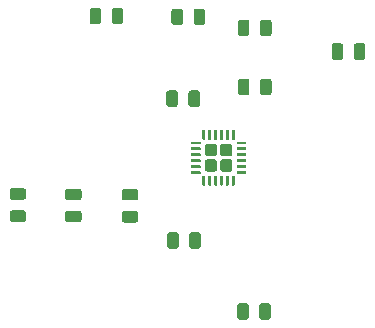
<source format=gbr>
G04 #@! TF.GenerationSoftware,KiCad,Pcbnew,(5.1.5)-3*
G04 #@! TF.CreationDate,2022-02-08T11:31:35-03:00*
G04 #@! TF.ProjectId,bq24160,62713234-3136-4302-9e6b-696361645f70,rev?*
G04 #@! TF.SameCoordinates,Original*
G04 #@! TF.FileFunction,Paste,Top*
G04 #@! TF.FilePolarity,Positive*
%FSLAX46Y46*%
G04 Gerber Fmt 4.6, Leading zero omitted, Abs format (unit mm)*
G04 Created by KiCad (PCBNEW (5.1.5)-3) date 2022-02-08 11:31:35*
%MOMM*%
%LPD*%
G04 APERTURE LIST*
%ADD10C,0.100000*%
G04 APERTURE END LIST*
D10*
G36*
X96392642Y-84301174D02*
G01*
X96416303Y-84304684D01*
X96439507Y-84310496D01*
X96462029Y-84318554D01*
X96483653Y-84328782D01*
X96504170Y-84341079D01*
X96523383Y-84355329D01*
X96541107Y-84371393D01*
X96557171Y-84389117D01*
X96571421Y-84408330D01*
X96583718Y-84428847D01*
X96593946Y-84450471D01*
X96602004Y-84472993D01*
X96607816Y-84496197D01*
X96611326Y-84519858D01*
X96612500Y-84543750D01*
X96612500Y-85456250D01*
X96611326Y-85480142D01*
X96607816Y-85503803D01*
X96602004Y-85527007D01*
X96593946Y-85549529D01*
X96583718Y-85571153D01*
X96571421Y-85591670D01*
X96557171Y-85610883D01*
X96541107Y-85628607D01*
X96523383Y-85644671D01*
X96504170Y-85658921D01*
X96483653Y-85671218D01*
X96462029Y-85681446D01*
X96439507Y-85689504D01*
X96416303Y-85695316D01*
X96392642Y-85698826D01*
X96368750Y-85700000D01*
X95881250Y-85700000D01*
X95857358Y-85698826D01*
X95833697Y-85695316D01*
X95810493Y-85689504D01*
X95787971Y-85681446D01*
X95766347Y-85671218D01*
X95745830Y-85658921D01*
X95726617Y-85644671D01*
X95708893Y-85628607D01*
X95692829Y-85610883D01*
X95678579Y-85591670D01*
X95666282Y-85571153D01*
X95656054Y-85549529D01*
X95647996Y-85527007D01*
X95642184Y-85503803D01*
X95638674Y-85480142D01*
X95637500Y-85456250D01*
X95637500Y-84543750D01*
X95638674Y-84519858D01*
X95642184Y-84496197D01*
X95647996Y-84472993D01*
X95656054Y-84450471D01*
X95666282Y-84428847D01*
X95678579Y-84408330D01*
X95692829Y-84389117D01*
X95708893Y-84371393D01*
X95726617Y-84355329D01*
X95745830Y-84341079D01*
X95766347Y-84328782D01*
X95787971Y-84318554D01*
X95810493Y-84310496D01*
X95833697Y-84304684D01*
X95857358Y-84301174D01*
X95881250Y-84300000D01*
X96368750Y-84300000D01*
X96392642Y-84301174D01*
G37*
G36*
X98267642Y-84301174D02*
G01*
X98291303Y-84304684D01*
X98314507Y-84310496D01*
X98337029Y-84318554D01*
X98358653Y-84328782D01*
X98379170Y-84341079D01*
X98398383Y-84355329D01*
X98416107Y-84371393D01*
X98432171Y-84389117D01*
X98446421Y-84408330D01*
X98458718Y-84428847D01*
X98468946Y-84450471D01*
X98477004Y-84472993D01*
X98482816Y-84496197D01*
X98486326Y-84519858D01*
X98487500Y-84543750D01*
X98487500Y-85456250D01*
X98486326Y-85480142D01*
X98482816Y-85503803D01*
X98477004Y-85527007D01*
X98468946Y-85549529D01*
X98458718Y-85571153D01*
X98446421Y-85591670D01*
X98432171Y-85610883D01*
X98416107Y-85628607D01*
X98398383Y-85644671D01*
X98379170Y-85658921D01*
X98358653Y-85671218D01*
X98337029Y-85681446D01*
X98314507Y-85689504D01*
X98291303Y-85695316D01*
X98267642Y-85698826D01*
X98243750Y-85700000D01*
X97756250Y-85700000D01*
X97732358Y-85698826D01*
X97708697Y-85695316D01*
X97685493Y-85689504D01*
X97662971Y-85681446D01*
X97641347Y-85671218D01*
X97620830Y-85658921D01*
X97601617Y-85644671D01*
X97583893Y-85628607D01*
X97567829Y-85610883D01*
X97553579Y-85591670D01*
X97541282Y-85571153D01*
X97531054Y-85549529D01*
X97522996Y-85527007D01*
X97517184Y-85503803D01*
X97513674Y-85480142D01*
X97512500Y-85456250D01*
X97512500Y-84543750D01*
X97513674Y-84519858D01*
X97517184Y-84496197D01*
X97522996Y-84472993D01*
X97531054Y-84450471D01*
X97541282Y-84428847D01*
X97553579Y-84408330D01*
X97567829Y-84389117D01*
X97583893Y-84371393D01*
X97601617Y-84355329D01*
X97620830Y-84341079D01*
X97641347Y-84328782D01*
X97662971Y-84318554D01*
X97685493Y-84310496D01*
X97708697Y-84304684D01*
X97732358Y-84301174D01*
X97756250Y-84300000D01*
X98243750Y-84300000D01*
X98267642Y-84301174D01*
G37*
G36*
X92205142Y-90301174D02*
G01*
X92228803Y-90304684D01*
X92252007Y-90310496D01*
X92274529Y-90318554D01*
X92296153Y-90328782D01*
X92316670Y-90341079D01*
X92335883Y-90355329D01*
X92353607Y-90371393D01*
X92369671Y-90389117D01*
X92383921Y-90408330D01*
X92396218Y-90428847D01*
X92406446Y-90450471D01*
X92414504Y-90472993D01*
X92420316Y-90496197D01*
X92423826Y-90519858D01*
X92425000Y-90543750D01*
X92425000Y-91456250D01*
X92423826Y-91480142D01*
X92420316Y-91503803D01*
X92414504Y-91527007D01*
X92406446Y-91549529D01*
X92396218Y-91571153D01*
X92383921Y-91591670D01*
X92369671Y-91610883D01*
X92353607Y-91628607D01*
X92335883Y-91644671D01*
X92316670Y-91658921D01*
X92296153Y-91671218D01*
X92274529Y-91681446D01*
X92252007Y-91689504D01*
X92228803Y-91695316D01*
X92205142Y-91698826D01*
X92181250Y-91700000D01*
X91693750Y-91700000D01*
X91669858Y-91698826D01*
X91646197Y-91695316D01*
X91622993Y-91689504D01*
X91600471Y-91681446D01*
X91578847Y-91671218D01*
X91558330Y-91658921D01*
X91539117Y-91644671D01*
X91521393Y-91628607D01*
X91505329Y-91610883D01*
X91491079Y-91591670D01*
X91478782Y-91571153D01*
X91468554Y-91549529D01*
X91460496Y-91527007D01*
X91454684Y-91503803D01*
X91451174Y-91480142D01*
X91450000Y-91456250D01*
X91450000Y-90543750D01*
X91451174Y-90519858D01*
X91454684Y-90496197D01*
X91460496Y-90472993D01*
X91468554Y-90450471D01*
X91478782Y-90428847D01*
X91491079Y-90408330D01*
X91505329Y-90389117D01*
X91521393Y-90371393D01*
X91539117Y-90355329D01*
X91558330Y-90341079D01*
X91578847Y-90328782D01*
X91600471Y-90318554D01*
X91622993Y-90310496D01*
X91646197Y-90304684D01*
X91669858Y-90301174D01*
X91693750Y-90300000D01*
X92181250Y-90300000D01*
X92205142Y-90301174D01*
G37*
G36*
X90330142Y-90301174D02*
G01*
X90353803Y-90304684D01*
X90377007Y-90310496D01*
X90399529Y-90318554D01*
X90421153Y-90328782D01*
X90441670Y-90341079D01*
X90460883Y-90355329D01*
X90478607Y-90371393D01*
X90494671Y-90389117D01*
X90508921Y-90408330D01*
X90521218Y-90428847D01*
X90531446Y-90450471D01*
X90539504Y-90472993D01*
X90545316Y-90496197D01*
X90548826Y-90519858D01*
X90550000Y-90543750D01*
X90550000Y-91456250D01*
X90548826Y-91480142D01*
X90545316Y-91503803D01*
X90539504Y-91527007D01*
X90531446Y-91549529D01*
X90521218Y-91571153D01*
X90508921Y-91591670D01*
X90494671Y-91610883D01*
X90478607Y-91628607D01*
X90460883Y-91644671D01*
X90441670Y-91658921D01*
X90421153Y-91671218D01*
X90399529Y-91681446D01*
X90377007Y-91689504D01*
X90353803Y-91695316D01*
X90330142Y-91698826D01*
X90306250Y-91700000D01*
X89818750Y-91700000D01*
X89794858Y-91698826D01*
X89771197Y-91695316D01*
X89747993Y-91689504D01*
X89725471Y-91681446D01*
X89703847Y-91671218D01*
X89683330Y-91658921D01*
X89664117Y-91644671D01*
X89646393Y-91628607D01*
X89630329Y-91610883D01*
X89616079Y-91591670D01*
X89603782Y-91571153D01*
X89593554Y-91549529D01*
X89585496Y-91527007D01*
X89579684Y-91503803D01*
X89576174Y-91480142D01*
X89575000Y-91456250D01*
X89575000Y-90543750D01*
X89576174Y-90519858D01*
X89579684Y-90496197D01*
X89585496Y-90472993D01*
X89593554Y-90450471D01*
X89603782Y-90428847D01*
X89616079Y-90408330D01*
X89630329Y-90389117D01*
X89646393Y-90371393D01*
X89664117Y-90355329D01*
X89683330Y-90341079D01*
X89703847Y-90328782D01*
X89725471Y-90318554D01*
X89747993Y-90310496D01*
X89771197Y-90304684D01*
X89794858Y-90301174D01*
X89818750Y-90300000D01*
X90306250Y-90300000D01*
X90330142Y-90301174D01*
G37*
G36*
X83830142Y-83301174D02*
G01*
X83853803Y-83304684D01*
X83877007Y-83310496D01*
X83899529Y-83318554D01*
X83921153Y-83328782D01*
X83941670Y-83341079D01*
X83960883Y-83355329D01*
X83978607Y-83371393D01*
X83994671Y-83389117D01*
X84008921Y-83408330D01*
X84021218Y-83428847D01*
X84031446Y-83450471D01*
X84039504Y-83472993D01*
X84045316Y-83496197D01*
X84048826Y-83519858D01*
X84050000Y-83543750D01*
X84050000Y-84456250D01*
X84048826Y-84480142D01*
X84045316Y-84503803D01*
X84039504Y-84527007D01*
X84031446Y-84549529D01*
X84021218Y-84571153D01*
X84008921Y-84591670D01*
X83994671Y-84610883D01*
X83978607Y-84628607D01*
X83960883Y-84644671D01*
X83941670Y-84658921D01*
X83921153Y-84671218D01*
X83899529Y-84681446D01*
X83877007Y-84689504D01*
X83853803Y-84695316D01*
X83830142Y-84698826D01*
X83806250Y-84700000D01*
X83318750Y-84700000D01*
X83294858Y-84698826D01*
X83271197Y-84695316D01*
X83247993Y-84689504D01*
X83225471Y-84681446D01*
X83203847Y-84671218D01*
X83183330Y-84658921D01*
X83164117Y-84644671D01*
X83146393Y-84628607D01*
X83130329Y-84610883D01*
X83116079Y-84591670D01*
X83103782Y-84571153D01*
X83093554Y-84549529D01*
X83085496Y-84527007D01*
X83079684Y-84503803D01*
X83076174Y-84480142D01*
X83075000Y-84456250D01*
X83075000Y-83543750D01*
X83076174Y-83519858D01*
X83079684Y-83496197D01*
X83085496Y-83472993D01*
X83093554Y-83450471D01*
X83103782Y-83428847D01*
X83116079Y-83408330D01*
X83130329Y-83389117D01*
X83146393Y-83371393D01*
X83164117Y-83355329D01*
X83183330Y-83341079D01*
X83203847Y-83328782D01*
X83225471Y-83318554D01*
X83247993Y-83310496D01*
X83271197Y-83304684D01*
X83294858Y-83301174D01*
X83318750Y-83300000D01*
X83806250Y-83300000D01*
X83830142Y-83301174D01*
G37*
G36*
X85705142Y-83301174D02*
G01*
X85728803Y-83304684D01*
X85752007Y-83310496D01*
X85774529Y-83318554D01*
X85796153Y-83328782D01*
X85816670Y-83341079D01*
X85835883Y-83355329D01*
X85853607Y-83371393D01*
X85869671Y-83389117D01*
X85883921Y-83408330D01*
X85896218Y-83428847D01*
X85906446Y-83450471D01*
X85914504Y-83472993D01*
X85920316Y-83496197D01*
X85923826Y-83519858D01*
X85925000Y-83543750D01*
X85925000Y-84456250D01*
X85923826Y-84480142D01*
X85920316Y-84503803D01*
X85914504Y-84527007D01*
X85906446Y-84549529D01*
X85896218Y-84571153D01*
X85883921Y-84591670D01*
X85869671Y-84610883D01*
X85853607Y-84628607D01*
X85835883Y-84644671D01*
X85816670Y-84658921D01*
X85796153Y-84671218D01*
X85774529Y-84681446D01*
X85752007Y-84689504D01*
X85728803Y-84695316D01*
X85705142Y-84698826D01*
X85681250Y-84700000D01*
X85193750Y-84700000D01*
X85169858Y-84698826D01*
X85146197Y-84695316D01*
X85122993Y-84689504D01*
X85100471Y-84681446D01*
X85078847Y-84671218D01*
X85058330Y-84658921D01*
X85039117Y-84644671D01*
X85021393Y-84628607D01*
X85005329Y-84610883D01*
X84991079Y-84591670D01*
X84978782Y-84571153D01*
X84968554Y-84549529D01*
X84960496Y-84527007D01*
X84954684Y-84503803D01*
X84951174Y-84480142D01*
X84950000Y-84456250D01*
X84950000Y-83543750D01*
X84951174Y-83519858D01*
X84954684Y-83496197D01*
X84960496Y-83472993D01*
X84968554Y-83450471D01*
X84978782Y-83428847D01*
X84991079Y-83408330D01*
X85005329Y-83389117D01*
X85021393Y-83371393D01*
X85039117Y-83355329D01*
X85058330Y-83341079D01*
X85078847Y-83328782D01*
X85100471Y-83318554D01*
X85122993Y-83310496D01*
X85146197Y-83304684D01*
X85169858Y-83301174D01*
X85193750Y-83300000D01*
X85681250Y-83300000D01*
X85705142Y-83301174D01*
G37*
G36*
X92642642Y-83363674D02*
G01*
X92666303Y-83367184D01*
X92689507Y-83372996D01*
X92712029Y-83381054D01*
X92733653Y-83391282D01*
X92754170Y-83403579D01*
X92773383Y-83417829D01*
X92791107Y-83433893D01*
X92807171Y-83451617D01*
X92821421Y-83470830D01*
X92833718Y-83491347D01*
X92843946Y-83512971D01*
X92852004Y-83535493D01*
X92857816Y-83558697D01*
X92861326Y-83582358D01*
X92862500Y-83606250D01*
X92862500Y-84518750D01*
X92861326Y-84542642D01*
X92857816Y-84566303D01*
X92852004Y-84589507D01*
X92843946Y-84612029D01*
X92833718Y-84633653D01*
X92821421Y-84654170D01*
X92807171Y-84673383D01*
X92791107Y-84691107D01*
X92773383Y-84707171D01*
X92754170Y-84721421D01*
X92733653Y-84733718D01*
X92712029Y-84743946D01*
X92689507Y-84752004D01*
X92666303Y-84757816D01*
X92642642Y-84761326D01*
X92618750Y-84762500D01*
X92131250Y-84762500D01*
X92107358Y-84761326D01*
X92083697Y-84757816D01*
X92060493Y-84752004D01*
X92037971Y-84743946D01*
X92016347Y-84733718D01*
X91995830Y-84721421D01*
X91976617Y-84707171D01*
X91958893Y-84691107D01*
X91942829Y-84673383D01*
X91928579Y-84654170D01*
X91916282Y-84633653D01*
X91906054Y-84612029D01*
X91897996Y-84589507D01*
X91892184Y-84566303D01*
X91888674Y-84542642D01*
X91887500Y-84518750D01*
X91887500Y-83606250D01*
X91888674Y-83582358D01*
X91892184Y-83558697D01*
X91897996Y-83535493D01*
X91906054Y-83512971D01*
X91916282Y-83491347D01*
X91928579Y-83470830D01*
X91942829Y-83451617D01*
X91958893Y-83433893D01*
X91976617Y-83417829D01*
X91995830Y-83403579D01*
X92016347Y-83391282D01*
X92037971Y-83381054D01*
X92060493Y-83372996D01*
X92083697Y-83367184D01*
X92107358Y-83363674D01*
X92131250Y-83362500D01*
X92618750Y-83362500D01*
X92642642Y-83363674D01*
G37*
G36*
X90767642Y-83363674D02*
G01*
X90791303Y-83367184D01*
X90814507Y-83372996D01*
X90837029Y-83381054D01*
X90858653Y-83391282D01*
X90879170Y-83403579D01*
X90898383Y-83417829D01*
X90916107Y-83433893D01*
X90932171Y-83451617D01*
X90946421Y-83470830D01*
X90958718Y-83491347D01*
X90968946Y-83512971D01*
X90977004Y-83535493D01*
X90982816Y-83558697D01*
X90986326Y-83582358D01*
X90987500Y-83606250D01*
X90987500Y-84518750D01*
X90986326Y-84542642D01*
X90982816Y-84566303D01*
X90977004Y-84589507D01*
X90968946Y-84612029D01*
X90958718Y-84633653D01*
X90946421Y-84654170D01*
X90932171Y-84673383D01*
X90916107Y-84691107D01*
X90898383Y-84707171D01*
X90879170Y-84721421D01*
X90858653Y-84733718D01*
X90837029Y-84743946D01*
X90814507Y-84752004D01*
X90791303Y-84757816D01*
X90767642Y-84761326D01*
X90743750Y-84762500D01*
X90256250Y-84762500D01*
X90232358Y-84761326D01*
X90208697Y-84757816D01*
X90185493Y-84752004D01*
X90162971Y-84743946D01*
X90141347Y-84733718D01*
X90120830Y-84721421D01*
X90101617Y-84707171D01*
X90083893Y-84691107D01*
X90067829Y-84673383D01*
X90053579Y-84654170D01*
X90041282Y-84633653D01*
X90031054Y-84612029D01*
X90022996Y-84589507D01*
X90017184Y-84566303D01*
X90013674Y-84542642D01*
X90012500Y-84518750D01*
X90012500Y-83606250D01*
X90013674Y-83582358D01*
X90017184Y-83558697D01*
X90022996Y-83535493D01*
X90031054Y-83512971D01*
X90041282Y-83491347D01*
X90053579Y-83470830D01*
X90067829Y-83451617D01*
X90083893Y-83433893D01*
X90101617Y-83417829D01*
X90120830Y-83403579D01*
X90141347Y-83391282D01*
X90162971Y-83381054D01*
X90185493Y-83372996D01*
X90208697Y-83367184D01*
X90232358Y-83363674D01*
X90256250Y-83362500D01*
X90743750Y-83362500D01*
X90767642Y-83363674D01*
G37*
G36*
X98267642Y-89301174D02*
G01*
X98291303Y-89304684D01*
X98314507Y-89310496D01*
X98337029Y-89318554D01*
X98358653Y-89328782D01*
X98379170Y-89341079D01*
X98398383Y-89355329D01*
X98416107Y-89371393D01*
X98432171Y-89389117D01*
X98446421Y-89408330D01*
X98458718Y-89428847D01*
X98468946Y-89450471D01*
X98477004Y-89472993D01*
X98482816Y-89496197D01*
X98486326Y-89519858D01*
X98487500Y-89543750D01*
X98487500Y-90456250D01*
X98486326Y-90480142D01*
X98482816Y-90503803D01*
X98477004Y-90527007D01*
X98468946Y-90549529D01*
X98458718Y-90571153D01*
X98446421Y-90591670D01*
X98432171Y-90610883D01*
X98416107Y-90628607D01*
X98398383Y-90644671D01*
X98379170Y-90658921D01*
X98358653Y-90671218D01*
X98337029Y-90681446D01*
X98314507Y-90689504D01*
X98291303Y-90695316D01*
X98267642Y-90698826D01*
X98243750Y-90700000D01*
X97756250Y-90700000D01*
X97732358Y-90698826D01*
X97708697Y-90695316D01*
X97685493Y-90689504D01*
X97662971Y-90681446D01*
X97641347Y-90671218D01*
X97620830Y-90658921D01*
X97601617Y-90644671D01*
X97583893Y-90628607D01*
X97567829Y-90610883D01*
X97553579Y-90591670D01*
X97541282Y-90571153D01*
X97531054Y-90549529D01*
X97522996Y-90527007D01*
X97517184Y-90503803D01*
X97513674Y-90480142D01*
X97512500Y-90456250D01*
X97512500Y-89543750D01*
X97513674Y-89519858D01*
X97517184Y-89496197D01*
X97522996Y-89472993D01*
X97531054Y-89450471D01*
X97541282Y-89428847D01*
X97553579Y-89408330D01*
X97567829Y-89389117D01*
X97583893Y-89371393D01*
X97601617Y-89355329D01*
X97620830Y-89341079D01*
X97641347Y-89328782D01*
X97662971Y-89318554D01*
X97685493Y-89310496D01*
X97708697Y-89304684D01*
X97732358Y-89301174D01*
X97756250Y-89300000D01*
X98243750Y-89300000D01*
X98267642Y-89301174D01*
G37*
G36*
X96392642Y-89301174D02*
G01*
X96416303Y-89304684D01*
X96439507Y-89310496D01*
X96462029Y-89318554D01*
X96483653Y-89328782D01*
X96504170Y-89341079D01*
X96523383Y-89355329D01*
X96541107Y-89371393D01*
X96557171Y-89389117D01*
X96571421Y-89408330D01*
X96583718Y-89428847D01*
X96593946Y-89450471D01*
X96602004Y-89472993D01*
X96607816Y-89496197D01*
X96611326Y-89519858D01*
X96612500Y-89543750D01*
X96612500Y-90456250D01*
X96611326Y-90480142D01*
X96607816Y-90503803D01*
X96602004Y-90527007D01*
X96593946Y-90549529D01*
X96583718Y-90571153D01*
X96571421Y-90591670D01*
X96557171Y-90610883D01*
X96541107Y-90628607D01*
X96523383Y-90644671D01*
X96504170Y-90658921D01*
X96483653Y-90671218D01*
X96462029Y-90681446D01*
X96439507Y-90689504D01*
X96416303Y-90695316D01*
X96392642Y-90698826D01*
X96368750Y-90700000D01*
X95881250Y-90700000D01*
X95857358Y-90698826D01*
X95833697Y-90695316D01*
X95810493Y-90689504D01*
X95787971Y-90681446D01*
X95766347Y-90671218D01*
X95745830Y-90658921D01*
X95726617Y-90644671D01*
X95708893Y-90628607D01*
X95692829Y-90610883D01*
X95678579Y-90591670D01*
X95666282Y-90571153D01*
X95656054Y-90549529D01*
X95647996Y-90527007D01*
X95642184Y-90503803D01*
X95638674Y-90480142D01*
X95637500Y-90456250D01*
X95637500Y-89543750D01*
X95638674Y-89519858D01*
X95642184Y-89496197D01*
X95647996Y-89472993D01*
X95656054Y-89450471D01*
X95666282Y-89428847D01*
X95678579Y-89408330D01*
X95692829Y-89389117D01*
X95708893Y-89371393D01*
X95726617Y-89355329D01*
X95745830Y-89341079D01*
X95766347Y-89328782D01*
X95787971Y-89318554D01*
X95810493Y-89310496D01*
X95833697Y-89304684D01*
X95857358Y-89301174D01*
X95881250Y-89300000D01*
X96368750Y-89300000D01*
X96392642Y-89301174D01*
G37*
G36*
X98205142Y-108301174D02*
G01*
X98228803Y-108304684D01*
X98252007Y-108310496D01*
X98274529Y-108318554D01*
X98296153Y-108328782D01*
X98316670Y-108341079D01*
X98335883Y-108355329D01*
X98353607Y-108371393D01*
X98369671Y-108389117D01*
X98383921Y-108408330D01*
X98396218Y-108428847D01*
X98406446Y-108450471D01*
X98414504Y-108472993D01*
X98420316Y-108496197D01*
X98423826Y-108519858D01*
X98425000Y-108543750D01*
X98425000Y-109456250D01*
X98423826Y-109480142D01*
X98420316Y-109503803D01*
X98414504Y-109527007D01*
X98406446Y-109549529D01*
X98396218Y-109571153D01*
X98383921Y-109591670D01*
X98369671Y-109610883D01*
X98353607Y-109628607D01*
X98335883Y-109644671D01*
X98316670Y-109658921D01*
X98296153Y-109671218D01*
X98274529Y-109681446D01*
X98252007Y-109689504D01*
X98228803Y-109695316D01*
X98205142Y-109698826D01*
X98181250Y-109700000D01*
X97693750Y-109700000D01*
X97669858Y-109698826D01*
X97646197Y-109695316D01*
X97622993Y-109689504D01*
X97600471Y-109681446D01*
X97578847Y-109671218D01*
X97558330Y-109658921D01*
X97539117Y-109644671D01*
X97521393Y-109628607D01*
X97505329Y-109610883D01*
X97491079Y-109591670D01*
X97478782Y-109571153D01*
X97468554Y-109549529D01*
X97460496Y-109527007D01*
X97454684Y-109503803D01*
X97451174Y-109480142D01*
X97450000Y-109456250D01*
X97450000Y-108543750D01*
X97451174Y-108519858D01*
X97454684Y-108496197D01*
X97460496Y-108472993D01*
X97468554Y-108450471D01*
X97478782Y-108428847D01*
X97491079Y-108408330D01*
X97505329Y-108389117D01*
X97521393Y-108371393D01*
X97539117Y-108355329D01*
X97558330Y-108341079D01*
X97578847Y-108328782D01*
X97600471Y-108318554D01*
X97622993Y-108310496D01*
X97646197Y-108304684D01*
X97669858Y-108301174D01*
X97693750Y-108300000D01*
X98181250Y-108300000D01*
X98205142Y-108301174D01*
G37*
G36*
X96330142Y-108301174D02*
G01*
X96353803Y-108304684D01*
X96377007Y-108310496D01*
X96399529Y-108318554D01*
X96421153Y-108328782D01*
X96441670Y-108341079D01*
X96460883Y-108355329D01*
X96478607Y-108371393D01*
X96494671Y-108389117D01*
X96508921Y-108408330D01*
X96521218Y-108428847D01*
X96531446Y-108450471D01*
X96539504Y-108472993D01*
X96545316Y-108496197D01*
X96548826Y-108519858D01*
X96550000Y-108543750D01*
X96550000Y-109456250D01*
X96548826Y-109480142D01*
X96545316Y-109503803D01*
X96539504Y-109527007D01*
X96531446Y-109549529D01*
X96521218Y-109571153D01*
X96508921Y-109591670D01*
X96494671Y-109610883D01*
X96478607Y-109628607D01*
X96460883Y-109644671D01*
X96441670Y-109658921D01*
X96421153Y-109671218D01*
X96399529Y-109681446D01*
X96377007Y-109689504D01*
X96353803Y-109695316D01*
X96330142Y-109698826D01*
X96306250Y-109700000D01*
X95818750Y-109700000D01*
X95794858Y-109698826D01*
X95771197Y-109695316D01*
X95747993Y-109689504D01*
X95725471Y-109681446D01*
X95703847Y-109671218D01*
X95683330Y-109658921D01*
X95664117Y-109644671D01*
X95646393Y-109628607D01*
X95630329Y-109610883D01*
X95616079Y-109591670D01*
X95603782Y-109571153D01*
X95593554Y-109549529D01*
X95585496Y-109527007D01*
X95579684Y-109503803D01*
X95576174Y-109480142D01*
X95575000Y-109456250D01*
X95575000Y-108543750D01*
X95576174Y-108519858D01*
X95579684Y-108496197D01*
X95585496Y-108472993D01*
X95593554Y-108450471D01*
X95603782Y-108428847D01*
X95616079Y-108408330D01*
X95630329Y-108389117D01*
X95646393Y-108371393D01*
X95664117Y-108355329D01*
X95683330Y-108341079D01*
X95703847Y-108328782D01*
X95725471Y-108318554D01*
X95747993Y-108310496D01*
X95771197Y-108304684D01*
X95794858Y-108301174D01*
X95818750Y-108300000D01*
X96306250Y-108300000D01*
X96330142Y-108301174D01*
G37*
G36*
X106205142Y-86301174D02*
G01*
X106228803Y-86304684D01*
X106252007Y-86310496D01*
X106274529Y-86318554D01*
X106296153Y-86328782D01*
X106316670Y-86341079D01*
X106335883Y-86355329D01*
X106353607Y-86371393D01*
X106369671Y-86389117D01*
X106383921Y-86408330D01*
X106396218Y-86428847D01*
X106406446Y-86450471D01*
X106414504Y-86472993D01*
X106420316Y-86496197D01*
X106423826Y-86519858D01*
X106425000Y-86543750D01*
X106425000Y-87456250D01*
X106423826Y-87480142D01*
X106420316Y-87503803D01*
X106414504Y-87527007D01*
X106406446Y-87549529D01*
X106396218Y-87571153D01*
X106383921Y-87591670D01*
X106369671Y-87610883D01*
X106353607Y-87628607D01*
X106335883Y-87644671D01*
X106316670Y-87658921D01*
X106296153Y-87671218D01*
X106274529Y-87681446D01*
X106252007Y-87689504D01*
X106228803Y-87695316D01*
X106205142Y-87698826D01*
X106181250Y-87700000D01*
X105693750Y-87700000D01*
X105669858Y-87698826D01*
X105646197Y-87695316D01*
X105622993Y-87689504D01*
X105600471Y-87681446D01*
X105578847Y-87671218D01*
X105558330Y-87658921D01*
X105539117Y-87644671D01*
X105521393Y-87628607D01*
X105505329Y-87610883D01*
X105491079Y-87591670D01*
X105478782Y-87571153D01*
X105468554Y-87549529D01*
X105460496Y-87527007D01*
X105454684Y-87503803D01*
X105451174Y-87480142D01*
X105450000Y-87456250D01*
X105450000Y-86543750D01*
X105451174Y-86519858D01*
X105454684Y-86496197D01*
X105460496Y-86472993D01*
X105468554Y-86450471D01*
X105478782Y-86428847D01*
X105491079Y-86408330D01*
X105505329Y-86389117D01*
X105521393Y-86371393D01*
X105539117Y-86355329D01*
X105558330Y-86341079D01*
X105578847Y-86328782D01*
X105600471Y-86318554D01*
X105622993Y-86310496D01*
X105646197Y-86304684D01*
X105669858Y-86301174D01*
X105693750Y-86300000D01*
X106181250Y-86300000D01*
X106205142Y-86301174D01*
G37*
G36*
X104330142Y-86301174D02*
G01*
X104353803Y-86304684D01*
X104377007Y-86310496D01*
X104399529Y-86318554D01*
X104421153Y-86328782D01*
X104441670Y-86341079D01*
X104460883Y-86355329D01*
X104478607Y-86371393D01*
X104494671Y-86389117D01*
X104508921Y-86408330D01*
X104521218Y-86428847D01*
X104531446Y-86450471D01*
X104539504Y-86472993D01*
X104545316Y-86496197D01*
X104548826Y-86519858D01*
X104550000Y-86543750D01*
X104550000Y-87456250D01*
X104548826Y-87480142D01*
X104545316Y-87503803D01*
X104539504Y-87527007D01*
X104531446Y-87549529D01*
X104521218Y-87571153D01*
X104508921Y-87591670D01*
X104494671Y-87610883D01*
X104478607Y-87628607D01*
X104460883Y-87644671D01*
X104441670Y-87658921D01*
X104421153Y-87671218D01*
X104399529Y-87681446D01*
X104377007Y-87689504D01*
X104353803Y-87695316D01*
X104330142Y-87698826D01*
X104306250Y-87700000D01*
X103818750Y-87700000D01*
X103794858Y-87698826D01*
X103771197Y-87695316D01*
X103747993Y-87689504D01*
X103725471Y-87681446D01*
X103703847Y-87671218D01*
X103683330Y-87658921D01*
X103664117Y-87644671D01*
X103646393Y-87628607D01*
X103630329Y-87610883D01*
X103616079Y-87591670D01*
X103603782Y-87571153D01*
X103593554Y-87549529D01*
X103585496Y-87527007D01*
X103579684Y-87503803D01*
X103576174Y-87480142D01*
X103575000Y-87456250D01*
X103575000Y-86543750D01*
X103576174Y-86519858D01*
X103579684Y-86496197D01*
X103585496Y-86472993D01*
X103593554Y-86450471D01*
X103603782Y-86428847D01*
X103616079Y-86408330D01*
X103630329Y-86389117D01*
X103646393Y-86371393D01*
X103664117Y-86355329D01*
X103683330Y-86341079D01*
X103703847Y-86328782D01*
X103725471Y-86318554D01*
X103747993Y-86310496D01*
X103771197Y-86304684D01*
X103794858Y-86301174D01*
X103818750Y-86300000D01*
X104306250Y-86300000D01*
X104330142Y-86301174D01*
G37*
G36*
X86980142Y-100513674D02*
G01*
X87003803Y-100517184D01*
X87027007Y-100522996D01*
X87049529Y-100531054D01*
X87071153Y-100541282D01*
X87091670Y-100553579D01*
X87110883Y-100567829D01*
X87128607Y-100583893D01*
X87144671Y-100601617D01*
X87158921Y-100620830D01*
X87171218Y-100641347D01*
X87181446Y-100662971D01*
X87189504Y-100685493D01*
X87195316Y-100708697D01*
X87198826Y-100732358D01*
X87200000Y-100756250D01*
X87200000Y-101243750D01*
X87198826Y-101267642D01*
X87195316Y-101291303D01*
X87189504Y-101314507D01*
X87181446Y-101337029D01*
X87171218Y-101358653D01*
X87158921Y-101379170D01*
X87144671Y-101398383D01*
X87128607Y-101416107D01*
X87110883Y-101432171D01*
X87091670Y-101446421D01*
X87071153Y-101458718D01*
X87049529Y-101468946D01*
X87027007Y-101477004D01*
X87003803Y-101482816D01*
X86980142Y-101486326D01*
X86956250Y-101487500D01*
X86043750Y-101487500D01*
X86019858Y-101486326D01*
X85996197Y-101482816D01*
X85972993Y-101477004D01*
X85950471Y-101468946D01*
X85928847Y-101458718D01*
X85908330Y-101446421D01*
X85889117Y-101432171D01*
X85871393Y-101416107D01*
X85855329Y-101398383D01*
X85841079Y-101379170D01*
X85828782Y-101358653D01*
X85818554Y-101337029D01*
X85810496Y-101314507D01*
X85804684Y-101291303D01*
X85801174Y-101267642D01*
X85800000Y-101243750D01*
X85800000Y-100756250D01*
X85801174Y-100732358D01*
X85804684Y-100708697D01*
X85810496Y-100685493D01*
X85818554Y-100662971D01*
X85828782Y-100641347D01*
X85841079Y-100620830D01*
X85855329Y-100601617D01*
X85871393Y-100583893D01*
X85889117Y-100567829D01*
X85908330Y-100553579D01*
X85928847Y-100541282D01*
X85950471Y-100531054D01*
X85972993Y-100522996D01*
X85996197Y-100517184D01*
X86019858Y-100513674D01*
X86043750Y-100512500D01*
X86956250Y-100512500D01*
X86980142Y-100513674D01*
G37*
G36*
X86980142Y-98638674D02*
G01*
X87003803Y-98642184D01*
X87027007Y-98647996D01*
X87049529Y-98656054D01*
X87071153Y-98666282D01*
X87091670Y-98678579D01*
X87110883Y-98692829D01*
X87128607Y-98708893D01*
X87144671Y-98726617D01*
X87158921Y-98745830D01*
X87171218Y-98766347D01*
X87181446Y-98787971D01*
X87189504Y-98810493D01*
X87195316Y-98833697D01*
X87198826Y-98857358D01*
X87200000Y-98881250D01*
X87200000Y-99368750D01*
X87198826Y-99392642D01*
X87195316Y-99416303D01*
X87189504Y-99439507D01*
X87181446Y-99462029D01*
X87171218Y-99483653D01*
X87158921Y-99504170D01*
X87144671Y-99523383D01*
X87128607Y-99541107D01*
X87110883Y-99557171D01*
X87091670Y-99571421D01*
X87071153Y-99583718D01*
X87049529Y-99593946D01*
X87027007Y-99602004D01*
X87003803Y-99607816D01*
X86980142Y-99611326D01*
X86956250Y-99612500D01*
X86043750Y-99612500D01*
X86019858Y-99611326D01*
X85996197Y-99607816D01*
X85972993Y-99602004D01*
X85950471Y-99593946D01*
X85928847Y-99583718D01*
X85908330Y-99571421D01*
X85889117Y-99557171D01*
X85871393Y-99541107D01*
X85855329Y-99523383D01*
X85841079Y-99504170D01*
X85828782Y-99483653D01*
X85818554Y-99462029D01*
X85810496Y-99439507D01*
X85804684Y-99416303D01*
X85801174Y-99392642D01*
X85800000Y-99368750D01*
X85800000Y-98881250D01*
X85801174Y-98857358D01*
X85804684Y-98833697D01*
X85810496Y-98810493D01*
X85818554Y-98787971D01*
X85828782Y-98766347D01*
X85841079Y-98745830D01*
X85855329Y-98726617D01*
X85871393Y-98708893D01*
X85889117Y-98692829D01*
X85908330Y-98678579D01*
X85928847Y-98666282D01*
X85950471Y-98656054D01*
X85972993Y-98647996D01*
X85996197Y-98642184D01*
X86019858Y-98638674D01*
X86043750Y-98637500D01*
X86956250Y-98637500D01*
X86980142Y-98638674D01*
G37*
G36*
X92267642Y-102301174D02*
G01*
X92291303Y-102304684D01*
X92314507Y-102310496D01*
X92337029Y-102318554D01*
X92358653Y-102328782D01*
X92379170Y-102341079D01*
X92398383Y-102355329D01*
X92416107Y-102371393D01*
X92432171Y-102389117D01*
X92446421Y-102408330D01*
X92458718Y-102428847D01*
X92468946Y-102450471D01*
X92477004Y-102472993D01*
X92482816Y-102496197D01*
X92486326Y-102519858D01*
X92487500Y-102543750D01*
X92487500Y-103456250D01*
X92486326Y-103480142D01*
X92482816Y-103503803D01*
X92477004Y-103527007D01*
X92468946Y-103549529D01*
X92458718Y-103571153D01*
X92446421Y-103591670D01*
X92432171Y-103610883D01*
X92416107Y-103628607D01*
X92398383Y-103644671D01*
X92379170Y-103658921D01*
X92358653Y-103671218D01*
X92337029Y-103681446D01*
X92314507Y-103689504D01*
X92291303Y-103695316D01*
X92267642Y-103698826D01*
X92243750Y-103700000D01*
X91756250Y-103700000D01*
X91732358Y-103698826D01*
X91708697Y-103695316D01*
X91685493Y-103689504D01*
X91662971Y-103681446D01*
X91641347Y-103671218D01*
X91620830Y-103658921D01*
X91601617Y-103644671D01*
X91583893Y-103628607D01*
X91567829Y-103610883D01*
X91553579Y-103591670D01*
X91541282Y-103571153D01*
X91531054Y-103549529D01*
X91522996Y-103527007D01*
X91517184Y-103503803D01*
X91513674Y-103480142D01*
X91512500Y-103456250D01*
X91512500Y-102543750D01*
X91513674Y-102519858D01*
X91517184Y-102496197D01*
X91522996Y-102472993D01*
X91531054Y-102450471D01*
X91541282Y-102428847D01*
X91553579Y-102408330D01*
X91567829Y-102389117D01*
X91583893Y-102371393D01*
X91601617Y-102355329D01*
X91620830Y-102341079D01*
X91641347Y-102328782D01*
X91662971Y-102318554D01*
X91685493Y-102310496D01*
X91708697Y-102304684D01*
X91732358Y-102301174D01*
X91756250Y-102300000D01*
X92243750Y-102300000D01*
X92267642Y-102301174D01*
G37*
G36*
X90392642Y-102301174D02*
G01*
X90416303Y-102304684D01*
X90439507Y-102310496D01*
X90462029Y-102318554D01*
X90483653Y-102328782D01*
X90504170Y-102341079D01*
X90523383Y-102355329D01*
X90541107Y-102371393D01*
X90557171Y-102389117D01*
X90571421Y-102408330D01*
X90583718Y-102428847D01*
X90593946Y-102450471D01*
X90602004Y-102472993D01*
X90607816Y-102496197D01*
X90611326Y-102519858D01*
X90612500Y-102543750D01*
X90612500Y-103456250D01*
X90611326Y-103480142D01*
X90607816Y-103503803D01*
X90602004Y-103527007D01*
X90593946Y-103549529D01*
X90583718Y-103571153D01*
X90571421Y-103591670D01*
X90557171Y-103610883D01*
X90541107Y-103628607D01*
X90523383Y-103644671D01*
X90504170Y-103658921D01*
X90483653Y-103671218D01*
X90462029Y-103681446D01*
X90439507Y-103689504D01*
X90416303Y-103695316D01*
X90392642Y-103698826D01*
X90368750Y-103700000D01*
X89881250Y-103700000D01*
X89857358Y-103698826D01*
X89833697Y-103695316D01*
X89810493Y-103689504D01*
X89787971Y-103681446D01*
X89766347Y-103671218D01*
X89745830Y-103658921D01*
X89726617Y-103644671D01*
X89708893Y-103628607D01*
X89692829Y-103610883D01*
X89678579Y-103591670D01*
X89666282Y-103571153D01*
X89656054Y-103549529D01*
X89647996Y-103527007D01*
X89642184Y-103503803D01*
X89638674Y-103480142D01*
X89637500Y-103456250D01*
X89637500Y-102543750D01*
X89638674Y-102519858D01*
X89642184Y-102496197D01*
X89647996Y-102472993D01*
X89656054Y-102450471D01*
X89666282Y-102428847D01*
X89678579Y-102408330D01*
X89692829Y-102389117D01*
X89708893Y-102371393D01*
X89726617Y-102355329D01*
X89745830Y-102341079D01*
X89766347Y-102328782D01*
X89787971Y-102318554D01*
X89810493Y-102310496D01*
X89833697Y-102304684D01*
X89857358Y-102301174D01*
X89881250Y-102300000D01*
X90368750Y-102300000D01*
X90392642Y-102301174D01*
G37*
G36*
X82180142Y-98613674D02*
G01*
X82203803Y-98617184D01*
X82227007Y-98622996D01*
X82249529Y-98631054D01*
X82271153Y-98641282D01*
X82291670Y-98653579D01*
X82310883Y-98667829D01*
X82328607Y-98683893D01*
X82344671Y-98701617D01*
X82358921Y-98720830D01*
X82371218Y-98741347D01*
X82381446Y-98762971D01*
X82389504Y-98785493D01*
X82395316Y-98808697D01*
X82398826Y-98832358D01*
X82400000Y-98856250D01*
X82400000Y-99343750D01*
X82398826Y-99367642D01*
X82395316Y-99391303D01*
X82389504Y-99414507D01*
X82381446Y-99437029D01*
X82371218Y-99458653D01*
X82358921Y-99479170D01*
X82344671Y-99498383D01*
X82328607Y-99516107D01*
X82310883Y-99532171D01*
X82291670Y-99546421D01*
X82271153Y-99558718D01*
X82249529Y-99568946D01*
X82227007Y-99577004D01*
X82203803Y-99582816D01*
X82180142Y-99586326D01*
X82156250Y-99587500D01*
X81243750Y-99587500D01*
X81219858Y-99586326D01*
X81196197Y-99582816D01*
X81172993Y-99577004D01*
X81150471Y-99568946D01*
X81128847Y-99558718D01*
X81108330Y-99546421D01*
X81089117Y-99532171D01*
X81071393Y-99516107D01*
X81055329Y-99498383D01*
X81041079Y-99479170D01*
X81028782Y-99458653D01*
X81018554Y-99437029D01*
X81010496Y-99414507D01*
X81004684Y-99391303D01*
X81001174Y-99367642D01*
X81000000Y-99343750D01*
X81000000Y-98856250D01*
X81001174Y-98832358D01*
X81004684Y-98808697D01*
X81010496Y-98785493D01*
X81018554Y-98762971D01*
X81028782Y-98741347D01*
X81041079Y-98720830D01*
X81055329Y-98701617D01*
X81071393Y-98683893D01*
X81089117Y-98667829D01*
X81108330Y-98653579D01*
X81128847Y-98641282D01*
X81150471Y-98631054D01*
X81172993Y-98622996D01*
X81196197Y-98617184D01*
X81219858Y-98613674D01*
X81243750Y-98612500D01*
X82156250Y-98612500D01*
X82180142Y-98613674D01*
G37*
G36*
X82180142Y-100488674D02*
G01*
X82203803Y-100492184D01*
X82227007Y-100497996D01*
X82249529Y-100506054D01*
X82271153Y-100516282D01*
X82291670Y-100528579D01*
X82310883Y-100542829D01*
X82328607Y-100558893D01*
X82344671Y-100576617D01*
X82358921Y-100595830D01*
X82371218Y-100616347D01*
X82381446Y-100637971D01*
X82389504Y-100660493D01*
X82395316Y-100683697D01*
X82398826Y-100707358D01*
X82400000Y-100731250D01*
X82400000Y-101218750D01*
X82398826Y-101242642D01*
X82395316Y-101266303D01*
X82389504Y-101289507D01*
X82381446Y-101312029D01*
X82371218Y-101333653D01*
X82358921Y-101354170D01*
X82344671Y-101373383D01*
X82328607Y-101391107D01*
X82310883Y-101407171D01*
X82291670Y-101421421D01*
X82271153Y-101433718D01*
X82249529Y-101443946D01*
X82227007Y-101452004D01*
X82203803Y-101457816D01*
X82180142Y-101461326D01*
X82156250Y-101462500D01*
X81243750Y-101462500D01*
X81219858Y-101461326D01*
X81196197Y-101457816D01*
X81172993Y-101452004D01*
X81150471Y-101443946D01*
X81128847Y-101433718D01*
X81108330Y-101421421D01*
X81089117Y-101407171D01*
X81071393Y-101391107D01*
X81055329Y-101373383D01*
X81041079Y-101354170D01*
X81028782Y-101333653D01*
X81018554Y-101312029D01*
X81010496Y-101289507D01*
X81004684Y-101266303D01*
X81001174Y-101242642D01*
X81000000Y-101218750D01*
X81000000Y-100731250D01*
X81001174Y-100707358D01*
X81004684Y-100683697D01*
X81010496Y-100660493D01*
X81018554Y-100637971D01*
X81028782Y-100616347D01*
X81041079Y-100595830D01*
X81055329Y-100576617D01*
X81071393Y-100558893D01*
X81089117Y-100542829D01*
X81108330Y-100528579D01*
X81128847Y-100516282D01*
X81150471Y-100506054D01*
X81172993Y-100497996D01*
X81196197Y-100492184D01*
X81219858Y-100488674D01*
X81243750Y-100487500D01*
X82156250Y-100487500D01*
X82180142Y-100488674D01*
G37*
G36*
X77480142Y-98576174D02*
G01*
X77503803Y-98579684D01*
X77527007Y-98585496D01*
X77549529Y-98593554D01*
X77571153Y-98603782D01*
X77591670Y-98616079D01*
X77610883Y-98630329D01*
X77628607Y-98646393D01*
X77644671Y-98664117D01*
X77658921Y-98683330D01*
X77671218Y-98703847D01*
X77681446Y-98725471D01*
X77689504Y-98747993D01*
X77695316Y-98771197D01*
X77698826Y-98794858D01*
X77700000Y-98818750D01*
X77700000Y-99306250D01*
X77698826Y-99330142D01*
X77695316Y-99353803D01*
X77689504Y-99377007D01*
X77681446Y-99399529D01*
X77671218Y-99421153D01*
X77658921Y-99441670D01*
X77644671Y-99460883D01*
X77628607Y-99478607D01*
X77610883Y-99494671D01*
X77591670Y-99508921D01*
X77571153Y-99521218D01*
X77549529Y-99531446D01*
X77527007Y-99539504D01*
X77503803Y-99545316D01*
X77480142Y-99548826D01*
X77456250Y-99550000D01*
X76543750Y-99550000D01*
X76519858Y-99548826D01*
X76496197Y-99545316D01*
X76472993Y-99539504D01*
X76450471Y-99531446D01*
X76428847Y-99521218D01*
X76408330Y-99508921D01*
X76389117Y-99494671D01*
X76371393Y-99478607D01*
X76355329Y-99460883D01*
X76341079Y-99441670D01*
X76328782Y-99421153D01*
X76318554Y-99399529D01*
X76310496Y-99377007D01*
X76304684Y-99353803D01*
X76301174Y-99330142D01*
X76300000Y-99306250D01*
X76300000Y-98818750D01*
X76301174Y-98794858D01*
X76304684Y-98771197D01*
X76310496Y-98747993D01*
X76318554Y-98725471D01*
X76328782Y-98703847D01*
X76341079Y-98683330D01*
X76355329Y-98664117D01*
X76371393Y-98646393D01*
X76389117Y-98630329D01*
X76408330Y-98616079D01*
X76428847Y-98603782D01*
X76450471Y-98593554D01*
X76472993Y-98585496D01*
X76496197Y-98579684D01*
X76519858Y-98576174D01*
X76543750Y-98575000D01*
X77456250Y-98575000D01*
X77480142Y-98576174D01*
G37*
G36*
X77480142Y-100451174D02*
G01*
X77503803Y-100454684D01*
X77527007Y-100460496D01*
X77549529Y-100468554D01*
X77571153Y-100478782D01*
X77591670Y-100491079D01*
X77610883Y-100505329D01*
X77628607Y-100521393D01*
X77644671Y-100539117D01*
X77658921Y-100558330D01*
X77671218Y-100578847D01*
X77681446Y-100600471D01*
X77689504Y-100622993D01*
X77695316Y-100646197D01*
X77698826Y-100669858D01*
X77700000Y-100693750D01*
X77700000Y-101181250D01*
X77698826Y-101205142D01*
X77695316Y-101228803D01*
X77689504Y-101252007D01*
X77681446Y-101274529D01*
X77671218Y-101296153D01*
X77658921Y-101316670D01*
X77644671Y-101335883D01*
X77628607Y-101353607D01*
X77610883Y-101369671D01*
X77591670Y-101383921D01*
X77571153Y-101396218D01*
X77549529Y-101406446D01*
X77527007Y-101414504D01*
X77503803Y-101420316D01*
X77480142Y-101423826D01*
X77456250Y-101425000D01*
X76543750Y-101425000D01*
X76519858Y-101423826D01*
X76496197Y-101420316D01*
X76472993Y-101414504D01*
X76450471Y-101406446D01*
X76428847Y-101396218D01*
X76408330Y-101383921D01*
X76389117Y-101369671D01*
X76371393Y-101353607D01*
X76355329Y-101335883D01*
X76341079Y-101316670D01*
X76328782Y-101296153D01*
X76318554Y-101274529D01*
X76310496Y-101252007D01*
X76304684Y-101228803D01*
X76301174Y-101205142D01*
X76300000Y-101181250D01*
X76300000Y-100693750D01*
X76301174Y-100669858D01*
X76304684Y-100646197D01*
X76310496Y-100622993D01*
X76318554Y-100600471D01*
X76328782Y-100578847D01*
X76341079Y-100558330D01*
X76355329Y-100539117D01*
X76371393Y-100521393D01*
X76389117Y-100505329D01*
X76408330Y-100491079D01*
X76428847Y-100478782D01*
X76450471Y-100468554D01*
X76472993Y-100460496D01*
X76496197Y-100454684D01*
X76519858Y-100451174D01*
X76543750Y-100450000D01*
X77456250Y-100450000D01*
X77480142Y-100451174D01*
G37*
G36*
X93649505Y-94826204D02*
G01*
X93673773Y-94829804D01*
X93697572Y-94835765D01*
X93720671Y-94844030D01*
X93742850Y-94854520D01*
X93763893Y-94867132D01*
X93783599Y-94881747D01*
X93801777Y-94898223D01*
X93818253Y-94916401D01*
X93832868Y-94936107D01*
X93845480Y-94957150D01*
X93855970Y-94979329D01*
X93864235Y-95002428D01*
X93870196Y-95026227D01*
X93873796Y-95050495D01*
X93875000Y-95074999D01*
X93875000Y-95625001D01*
X93873796Y-95649505D01*
X93870196Y-95673773D01*
X93864235Y-95697572D01*
X93855970Y-95720671D01*
X93845480Y-95742850D01*
X93832868Y-95763893D01*
X93818253Y-95783599D01*
X93801777Y-95801777D01*
X93783599Y-95818253D01*
X93763893Y-95832868D01*
X93742850Y-95845480D01*
X93720671Y-95855970D01*
X93697572Y-95864235D01*
X93673773Y-95870196D01*
X93649505Y-95873796D01*
X93625001Y-95875000D01*
X93074999Y-95875000D01*
X93050495Y-95873796D01*
X93026227Y-95870196D01*
X93002428Y-95864235D01*
X92979329Y-95855970D01*
X92957150Y-95845480D01*
X92936107Y-95832868D01*
X92916401Y-95818253D01*
X92898223Y-95801777D01*
X92881747Y-95783599D01*
X92867132Y-95763893D01*
X92854520Y-95742850D01*
X92844030Y-95720671D01*
X92835765Y-95697572D01*
X92829804Y-95673773D01*
X92826204Y-95649505D01*
X92825000Y-95625001D01*
X92825000Y-95074999D01*
X92826204Y-95050495D01*
X92829804Y-95026227D01*
X92835765Y-95002428D01*
X92844030Y-94979329D01*
X92854520Y-94957150D01*
X92867132Y-94936107D01*
X92881747Y-94916401D01*
X92898223Y-94898223D01*
X92916401Y-94881747D01*
X92936107Y-94867132D01*
X92957150Y-94854520D01*
X92979329Y-94844030D01*
X93002428Y-94835765D01*
X93026227Y-94829804D01*
X93050495Y-94826204D01*
X93074999Y-94825000D01*
X93625001Y-94825000D01*
X93649505Y-94826204D01*
G37*
G36*
X93649505Y-96126204D02*
G01*
X93673773Y-96129804D01*
X93697572Y-96135765D01*
X93720671Y-96144030D01*
X93742850Y-96154520D01*
X93763893Y-96167132D01*
X93783599Y-96181747D01*
X93801777Y-96198223D01*
X93818253Y-96216401D01*
X93832868Y-96236107D01*
X93845480Y-96257150D01*
X93855970Y-96279329D01*
X93864235Y-96302428D01*
X93870196Y-96326227D01*
X93873796Y-96350495D01*
X93875000Y-96374999D01*
X93875000Y-96925001D01*
X93873796Y-96949505D01*
X93870196Y-96973773D01*
X93864235Y-96997572D01*
X93855970Y-97020671D01*
X93845480Y-97042850D01*
X93832868Y-97063893D01*
X93818253Y-97083599D01*
X93801777Y-97101777D01*
X93783599Y-97118253D01*
X93763893Y-97132868D01*
X93742850Y-97145480D01*
X93720671Y-97155970D01*
X93697572Y-97164235D01*
X93673773Y-97170196D01*
X93649505Y-97173796D01*
X93625001Y-97175000D01*
X93074999Y-97175000D01*
X93050495Y-97173796D01*
X93026227Y-97170196D01*
X93002428Y-97164235D01*
X92979329Y-97155970D01*
X92957150Y-97145480D01*
X92936107Y-97132868D01*
X92916401Y-97118253D01*
X92898223Y-97101777D01*
X92881747Y-97083599D01*
X92867132Y-97063893D01*
X92854520Y-97042850D01*
X92844030Y-97020671D01*
X92835765Y-96997572D01*
X92829804Y-96973773D01*
X92826204Y-96949505D01*
X92825000Y-96925001D01*
X92825000Y-96374999D01*
X92826204Y-96350495D01*
X92829804Y-96326227D01*
X92835765Y-96302428D01*
X92844030Y-96279329D01*
X92854520Y-96257150D01*
X92867132Y-96236107D01*
X92881747Y-96216401D01*
X92898223Y-96198223D01*
X92916401Y-96181747D01*
X92936107Y-96167132D01*
X92957150Y-96154520D01*
X92979329Y-96144030D01*
X93002428Y-96135765D01*
X93026227Y-96129804D01*
X93050495Y-96126204D01*
X93074999Y-96125000D01*
X93625001Y-96125000D01*
X93649505Y-96126204D01*
G37*
G36*
X94949505Y-94826204D02*
G01*
X94973773Y-94829804D01*
X94997572Y-94835765D01*
X95020671Y-94844030D01*
X95042850Y-94854520D01*
X95063893Y-94867132D01*
X95083599Y-94881747D01*
X95101777Y-94898223D01*
X95118253Y-94916401D01*
X95132868Y-94936107D01*
X95145480Y-94957150D01*
X95155970Y-94979329D01*
X95164235Y-95002428D01*
X95170196Y-95026227D01*
X95173796Y-95050495D01*
X95175000Y-95074999D01*
X95175000Y-95625001D01*
X95173796Y-95649505D01*
X95170196Y-95673773D01*
X95164235Y-95697572D01*
X95155970Y-95720671D01*
X95145480Y-95742850D01*
X95132868Y-95763893D01*
X95118253Y-95783599D01*
X95101777Y-95801777D01*
X95083599Y-95818253D01*
X95063893Y-95832868D01*
X95042850Y-95845480D01*
X95020671Y-95855970D01*
X94997572Y-95864235D01*
X94973773Y-95870196D01*
X94949505Y-95873796D01*
X94925001Y-95875000D01*
X94374999Y-95875000D01*
X94350495Y-95873796D01*
X94326227Y-95870196D01*
X94302428Y-95864235D01*
X94279329Y-95855970D01*
X94257150Y-95845480D01*
X94236107Y-95832868D01*
X94216401Y-95818253D01*
X94198223Y-95801777D01*
X94181747Y-95783599D01*
X94167132Y-95763893D01*
X94154520Y-95742850D01*
X94144030Y-95720671D01*
X94135765Y-95697572D01*
X94129804Y-95673773D01*
X94126204Y-95649505D01*
X94125000Y-95625001D01*
X94125000Y-95074999D01*
X94126204Y-95050495D01*
X94129804Y-95026227D01*
X94135765Y-95002428D01*
X94144030Y-94979329D01*
X94154520Y-94957150D01*
X94167132Y-94936107D01*
X94181747Y-94916401D01*
X94198223Y-94898223D01*
X94216401Y-94881747D01*
X94236107Y-94867132D01*
X94257150Y-94854520D01*
X94279329Y-94844030D01*
X94302428Y-94835765D01*
X94326227Y-94829804D01*
X94350495Y-94826204D01*
X94374999Y-94825000D01*
X94925001Y-94825000D01*
X94949505Y-94826204D01*
G37*
G36*
X94949505Y-96126204D02*
G01*
X94973773Y-96129804D01*
X94997572Y-96135765D01*
X95020671Y-96144030D01*
X95042850Y-96154520D01*
X95063893Y-96167132D01*
X95083599Y-96181747D01*
X95101777Y-96198223D01*
X95118253Y-96216401D01*
X95132868Y-96236107D01*
X95145480Y-96257150D01*
X95155970Y-96279329D01*
X95164235Y-96302428D01*
X95170196Y-96326227D01*
X95173796Y-96350495D01*
X95175000Y-96374999D01*
X95175000Y-96925001D01*
X95173796Y-96949505D01*
X95170196Y-96973773D01*
X95164235Y-96997572D01*
X95155970Y-97020671D01*
X95145480Y-97042850D01*
X95132868Y-97063893D01*
X95118253Y-97083599D01*
X95101777Y-97101777D01*
X95083599Y-97118253D01*
X95063893Y-97132868D01*
X95042850Y-97145480D01*
X95020671Y-97155970D01*
X94997572Y-97164235D01*
X94973773Y-97170196D01*
X94949505Y-97173796D01*
X94925001Y-97175000D01*
X94374999Y-97175000D01*
X94350495Y-97173796D01*
X94326227Y-97170196D01*
X94302428Y-97164235D01*
X94279329Y-97155970D01*
X94257150Y-97145480D01*
X94236107Y-97132868D01*
X94216401Y-97118253D01*
X94198223Y-97101777D01*
X94181747Y-97083599D01*
X94167132Y-97063893D01*
X94154520Y-97042850D01*
X94144030Y-97020671D01*
X94135765Y-96997572D01*
X94129804Y-96973773D01*
X94126204Y-96949505D01*
X94125000Y-96925001D01*
X94125000Y-96374999D01*
X94126204Y-96350495D01*
X94129804Y-96326227D01*
X94135765Y-96302428D01*
X94144030Y-96279329D01*
X94154520Y-96257150D01*
X94167132Y-96236107D01*
X94181747Y-96216401D01*
X94198223Y-96198223D01*
X94216401Y-96181747D01*
X94236107Y-96167132D01*
X94257150Y-96154520D01*
X94279329Y-96144030D01*
X94302428Y-96135765D01*
X94326227Y-96129804D01*
X94350495Y-96126204D01*
X94374999Y-96125000D01*
X94925001Y-96125000D01*
X94949505Y-96126204D01*
G37*
G36*
X92418626Y-94625301D02*
G01*
X92424693Y-94626201D01*
X92430643Y-94627691D01*
X92436418Y-94629758D01*
X92441962Y-94632380D01*
X92447223Y-94635533D01*
X92452150Y-94639187D01*
X92456694Y-94643306D01*
X92460813Y-94647850D01*
X92464467Y-94652777D01*
X92467620Y-94658038D01*
X92470242Y-94663582D01*
X92472309Y-94669357D01*
X92473799Y-94675307D01*
X92474699Y-94681374D01*
X92475000Y-94687500D01*
X92475000Y-94812500D01*
X92474699Y-94818626D01*
X92473799Y-94824693D01*
X92472309Y-94830643D01*
X92470242Y-94836418D01*
X92467620Y-94841962D01*
X92464467Y-94847223D01*
X92460813Y-94852150D01*
X92456694Y-94856694D01*
X92452150Y-94860813D01*
X92447223Y-94864467D01*
X92441962Y-94867620D01*
X92436418Y-94870242D01*
X92430643Y-94872309D01*
X92424693Y-94873799D01*
X92418626Y-94874699D01*
X92412500Y-94875000D01*
X91712500Y-94875000D01*
X91706374Y-94874699D01*
X91700307Y-94873799D01*
X91694357Y-94872309D01*
X91688582Y-94870242D01*
X91683038Y-94867620D01*
X91677777Y-94864467D01*
X91672850Y-94860813D01*
X91668306Y-94856694D01*
X91664187Y-94852150D01*
X91660533Y-94847223D01*
X91657380Y-94841962D01*
X91654758Y-94836418D01*
X91652691Y-94830643D01*
X91651201Y-94824693D01*
X91650301Y-94818626D01*
X91650000Y-94812500D01*
X91650000Y-94687500D01*
X91650301Y-94681374D01*
X91651201Y-94675307D01*
X91652691Y-94669357D01*
X91654758Y-94663582D01*
X91657380Y-94658038D01*
X91660533Y-94652777D01*
X91664187Y-94647850D01*
X91668306Y-94643306D01*
X91672850Y-94639187D01*
X91677777Y-94635533D01*
X91683038Y-94632380D01*
X91688582Y-94629758D01*
X91694357Y-94627691D01*
X91700307Y-94626201D01*
X91706374Y-94625301D01*
X91712500Y-94625000D01*
X92412500Y-94625000D01*
X92418626Y-94625301D01*
G37*
G36*
X92418626Y-95125301D02*
G01*
X92424693Y-95126201D01*
X92430643Y-95127691D01*
X92436418Y-95129758D01*
X92441962Y-95132380D01*
X92447223Y-95135533D01*
X92452150Y-95139187D01*
X92456694Y-95143306D01*
X92460813Y-95147850D01*
X92464467Y-95152777D01*
X92467620Y-95158038D01*
X92470242Y-95163582D01*
X92472309Y-95169357D01*
X92473799Y-95175307D01*
X92474699Y-95181374D01*
X92475000Y-95187500D01*
X92475000Y-95312500D01*
X92474699Y-95318626D01*
X92473799Y-95324693D01*
X92472309Y-95330643D01*
X92470242Y-95336418D01*
X92467620Y-95341962D01*
X92464467Y-95347223D01*
X92460813Y-95352150D01*
X92456694Y-95356694D01*
X92452150Y-95360813D01*
X92447223Y-95364467D01*
X92441962Y-95367620D01*
X92436418Y-95370242D01*
X92430643Y-95372309D01*
X92424693Y-95373799D01*
X92418626Y-95374699D01*
X92412500Y-95375000D01*
X91712500Y-95375000D01*
X91706374Y-95374699D01*
X91700307Y-95373799D01*
X91694357Y-95372309D01*
X91688582Y-95370242D01*
X91683038Y-95367620D01*
X91677777Y-95364467D01*
X91672850Y-95360813D01*
X91668306Y-95356694D01*
X91664187Y-95352150D01*
X91660533Y-95347223D01*
X91657380Y-95341962D01*
X91654758Y-95336418D01*
X91652691Y-95330643D01*
X91651201Y-95324693D01*
X91650301Y-95318626D01*
X91650000Y-95312500D01*
X91650000Y-95187500D01*
X91650301Y-95181374D01*
X91651201Y-95175307D01*
X91652691Y-95169357D01*
X91654758Y-95163582D01*
X91657380Y-95158038D01*
X91660533Y-95152777D01*
X91664187Y-95147850D01*
X91668306Y-95143306D01*
X91672850Y-95139187D01*
X91677777Y-95135533D01*
X91683038Y-95132380D01*
X91688582Y-95129758D01*
X91694357Y-95127691D01*
X91700307Y-95126201D01*
X91706374Y-95125301D01*
X91712500Y-95125000D01*
X92412500Y-95125000D01*
X92418626Y-95125301D01*
G37*
G36*
X92418626Y-95625301D02*
G01*
X92424693Y-95626201D01*
X92430643Y-95627691D01*
X92436418Y-95629758D01*
X92441962Y-95632380D01*
X92447223Y-95635533D01*
X92452150Y-95639187D01*
X92456694Y-95643306D01*
X92460813Y-95647850D01*
X92464467Y-95652777D01*
X92467620Y-95658038D01*
X92470242Y-95663582D01*
X92472309Y-95669357D01*
X92473799Y-95675307D01*
X92474699Y-95681374D01*
X92475000Y-95687500D01*
X92475000Y-95812500D01*
X92474699Y-95818626D01*
X92473799Y-95824693D01*
X92472309Y-95830643D01*
X92470242Y-95836418D01*
X92467620Y-95841962D01*
X92464467Y-95847223D01*
X92460813Y-95852150D01*
X92456694Y-95856694D01*
X92452150Y-95860813D01*
X92447223Y-95864467D01*
X92441962Y-95867620D01*
X92436418Y-95870242D01*
X92430643Y-95872309D01*
X92424693Y-95873799D01*
X92418626Y-95874699D01*
X92412500Y-95875000D01*
X91712500Y-95875000D01*
X91706374Y-95874699D01*
X91700307Y-95873799D01*
X91694357Y-95872309D01*
X91688582Y-95870242D01*
X91683038Y-95867620D01*
X91677777Y-95864467D01*
X91672850Y-95860813D01*
X91668306Y-95856694D01*
X91664187Y-95852150D01*
X91660533Y-95847223D01*
X91657380Y-95841962D01*
X91654758Y-95836418D01*
X91652691Y-95830643D01*
X91651201Y-95824693D01*
X91650301Y-95818626D01*
X91650000Y-95812500D01*
X91650000Y-95687500D01*
X91650301Y-95681374D01*
X91651201Y-95675307D01*
X91652691Y-95669357D01*
X91654758Y-95663582D01*
X91657380Y-95658038D01*
X91660533Y-95652777D01*
X91664187Y-95647850D01*
X91668306Y-95643306D01*
X91672850Y-95639187D01*
X91677777Y-95635533D01*
X91683038Y-95632380D01*
X91688582Y-95629758D01*
X91694357Y-95627691D01*
X91700307Y-95626201D01*
X91706374Y-95625301D01*
X91712500Y-95625000D01*
X92412500Y-95625000D01*
X92418626Y-95625301D01*
G37*
G36*
X92418626Y-96125301D02*
G01*
X92424693Y-96126201D01*
X92430643Y-96127691D01*
X92436418Y-96129758D01*
X92441962Y-96132380D01*
X92447223Y-96135533D01*
X92452150Y-96139187D01*
X92456694Y-96143306D01*
X92460813Y-96147850D01*
X92464467Y-96152777D01*
X92467620Y-96158038D01*
X92470242Y-96163582D01*
X92472309Y-96169357D01*
X92473799Y-96175307D01*
X92474699Y-96181374D01*
X92475000Y-96187500D01*
X92475000Y-96312500D01*
X92474699Y-96318626D01*
X92473799Y-96324693D01*
X92472309Y-96330643D01*
X92470242Y-96336418D01*
X92467620Y-96341962D01*
X92464467Y-96347223D01*
X92460813Y-96352150D01*
X92456694Y-96356694D01*
X92452150Y-96360813D01*
X92447223Y-96364467D01*
X92441962Y-96367620D01*
X92436418Y-96370242D01*
X92430643Y-96372309D01*
X92424693Y-96373799D01*
X92418626Y-96374699D01*
X92412500Y-96375000D01*
X91712500Y-96375000D01*
X91706374Y-96374699D01*
X91700307Y-96373799D01*
X91694357Y-96372309D01*
X91688582Y-96370242D01*
X91683038Y-96367620D01*
X91677777Y-96364467D01*
X91672850Y-96360813D01*
X91668306Y-96356694D01*
X91664187Y-96352150D01*
X91660533Y-96347223D01*
X91657380Y-96341962D01*
X91654758Y-96336418D01*
X91652691Y-96330643D01*
X91651201Y-96324693D01*
X91650301Y-96318626D01*
X91650000Y-96312500D01*
X91650000Y-96187500D01*
X91650301Y-96181374D01*
X91651201Y-96175307D01*
X91652691Y-96169357D01*
X91654758Y-96163582D01*
X91657380Y-96158038D01*
X91660533Y-96152777D01*
X91664187Y-96147850D01*
X91668306Y-96143306D01*
X91672850Y-96139187D01*
X91677777Y-96135533D01*
X91683038Y-96132380D01*
X91688582Y-96129758D01*
X91694357Y-96127691D01*
X91700307Y-96126201D01*
X91706374Y-96125301D01*
X91712500Y-96125000D01*
X92412500Y-96125000D01*
X92418626Y-96125301D01*
G37*
G36*
X92418626Y-96625301D02*
G01*
X92424693Y-96626201D01*
X92430643Y-96627691D01*
X92436418Y-96629758D01*
X92441962Y-96632380D01*
X92447223Y-96635533D01*
X92452150Y-96639187D01*
X92456694Y-96643306D01*
X92460813Y-96647850D01*
X92464467Y-96652777D01*
X92467620Y-96658038D01*
X92470242Y-96663582D01*
X92472309Y-96669357D01*
X92473799Y-96675307D01*
X92474699Y-96681374D01*
X92475000Y-96687500D01*
X92475000Y-96812500D01*
X92474699Y-96818626D01*
X92473799Y-96824693D01*
X92472309Y-96830643D01*
X92470242Y-96836418D01*
X92467620Y-96841962D01*
X92464467Y-96847223D01*
X92460813Y-96852150D01*
X92456694Y-96856694D01*
X92452150Y-96860813D01*
X92447223Y-96864467D01*
X92441962Y-96867620D01*
X92436418Y-96870242D01*
X92430643Y-96872309D01*
X92424693Y-96873799D01*
X92418626Y-96874699D01*
X92412500Y-96875000D01*
X91712500Y-96875000D01*
X91706374Y-96874699D01*
X91700307Y-96873799D01*
X91694357Y-96872309D01*
X91688582Y-96870242D01*
X91683038Y-96867620D01*
X91677777Y-96864467D01*
X91672850Y-96860813D01*
X91668306Y-96856694D01*
X91664187Y-96852150D01*
X91660533Y-96847223D01*
X91657380Y-96841962D01*
X91654758Y-96836418D01*
X91652691Y-96830643D01*
X91651201Y-96824693D01*
X91650301Y-96818626D01*
X91650000Y-96812500D01*
X91650000Y-96687500D01*
X91650301Y-96681374D01*
X91651201Y-96675307D01*
X91652691Y-96669357D01*
X91654758Y-96663582D01*
X91657380Y-96658038D01*
X91660533Y-96652777D01*
X91664187Y-96647850D01*
X91668306Y-96643306D01*
X91672850Y-96639187D01*
X91677777Y-96635533D01*
X91683038Y-96632380D01*
X91688582Y-96629758D01*
X91694357Y-96627691D01*
X91700307Y-96626201D01*
X91706374Y-96625301D01*
X91712500Y-96625000D01*
X92412500Y-96625000D01*
X92418626Y-96625301D01*
G37*
G36*
X92418626Y-97125301D02*
G01*
X92424693Y-97126201D01*
X92430643Y-97127691D01*
X92436418Y-97129758D01*
X92441962Y-97132380D01*
X92447223Y-97135533D01*
X92452150Y-97139187D01*
X92456694Y-97143306D01*
X92460813Y-97147850D01*
X92464467Y-97152777D01*
X92467620Y-97158038D01*
X92470242Y-97163582D01*
X92472309Y-97169357D01*
X92473799Y-97175307D01*
X92474699Y-97181374D01*
X92475000Y-97187500D01*
X92475000Y-97312500D01*
X92474699Y-97318626D01*
X92473799Y-97324693D01*
X92472309Y-97330643D01*
X92470242Y-97336418D01*
X92467620Y-97341962D01*
X92464467Y-97347223D01*
X92460813Y-97352150D01*
X92456694Y-97356694D01*
X92452150Y-97360813D01*
X92447223Y-97364467D01*
X92441962Y-97367620D01*
X92436418Y-97370242D01*
X92430643Y-97372309D01*
X92424693Y-97373799D01*
X92418626Y-97374699D01*
X92412500Y-97375000D01*
X91712500Y-97375000D01*
X91706374Y-97374699D01*
X91700307Y-97373799D01*
X91694357Y-97372309D01*
X91688582Y-97370242D01*
X91683038Y-97367620D01*
X91677777Y-97364467D01*
X91672850Y-97360813D01*
X91668306Y-97356694D01*
X91664187Y-97352150D01*
X91660533Y-97347223D01*
X91657380Y-97341962D01*
X91654758Y-97336418D01*
X91652691Y-97330643D01*
X91651201Y-97324693D01*
X91650301Y-97318626D01*
X91650000Y-97312500D01*
X91650000Y-97187500D01*
X91650301Y-97181374D01*
X91651201Y-97175307D01*
X91652691Y-97169357D01*
X91654758Y-97163582D01*
X91657380Y-97158038D01*
X91660533Y-97152777D01*
X91664187Y-97147850D01*
X91668306Y-97143306D01*
X91672850Y-97139187D01*
X91677777Y-97135533D01*
X91683038Y-97132380D01*
X91688582Y-97129758D01*
X91694357Y-97127691D01*
X91700307Y-97126201D01*
X91706374Y-97125301D01*
X91712500Y-97125000D01*
X92412500Y-97125000D01*
X92418626Y-97125301D01*
G37*
G36*
X92818626Y-97525301D02*
G01*
X92824693Y-97526201D01*
X92830643Y-97527691D01*
X92836418Y-97529758D01*
X92841962Y-97532380D01*
X92847223Y-97535533D01*
X92852150Y-97539187D01*
X92856694Y-97543306D01*
X92860813Y-97547850D01*
X92864467Y-97552777D01*
X92867620Y-97558038D01*
X92870242Y-97563582D01*
X92872309Y-97569357D01*
X92873799Y-97575307D01*
X92874699Y-97581374D01*
X92875000Y-97587500D01*
X92875000Y-98287500D01*
X92874699Y-98293626D01*
X92873799Y-98299693D01*
X92872309Y-98305643D01*
X92870242Y-98311418D01*
X92867620Y-98316962D01*
X92864467Y-98322223D01*
X92860813Y-98327150D01*
X92856694Y-98331694D01*
X92852150Y-98335813D01*
X92847223Y-98339467D01*
X92841962Y-98342620D01*
X92836418Y-98345242D01*
X92830643Y-98347309D01*
X92824693Y-98348799D01*
X92818626Y-98349699D01*
X92812500Y-98350000D01*
X92687500Y-98350000D01*
X92681374Y-98349699D01*
X92675307Y-98348799D01*
X92669357Y-98347309D01*
X92663582Y-98345242D01*
X92658038Y-98342620D01*
X92652777Y-98339467D01*
X92647850Y-98335813D01*
X92643306Y-98331694D01*
X92639187Y-98327150D01*
X92635533Y-98322223D01*
X92632380Y-98316962D01*
X92629758Y-98311418D01*
X92627691Y-98305643D01*
X92626201Y-98299693D01*
X92625301Y-98293626D01*
X92625000Y-98287500D01*
X92625000Y-97587500D01*
X92625301Y-97581374D01*
X92626201Y-97575307D01*
X92627691Y-97569357D01*
X92629758Y-97563582D01*
X92632380Y-97558038D01*
X92635533Y-97552777D01*
X92639187Y-97547850D01*
X92643306Y-97543306D01*
X92647850Y-97539187D01*
X92652777Y-97535533D01*
X92658038Y-97532380D01*
X92663582Y-97529758D01*
X92669357Y-97527691D01*
X92675307Y-97526201D01*
X92681374Y-97525301D01*
X92687500Y-97525000D01*
X92812500Y-97525000D01*
X92818626Y-97525301D01*
G37*
G36*
X93318626Y-97525301D02*
G01*
X93324693Y-97526201D01*
X93330643Y-97527691D01*
X93336418Y-97529758D01*
X93341962Y-97532380D01*
X93347223Y-97535533D01*
X93352150Y-97539187D01*
X93356694Y-97543306D01*
X93360813Y-97547850D01*
X93364467Y-97552777D01*
X93367620Y-97558038D01*
X93370242Y-97563582D01*
X93372309Y-97569357D01*
X93373799Y-97575307D01*
X93374699Y-97581374D01*
X93375000Y-97587500D01*
X93375000Y-98287500D01*
X93374699Y-98293626D01*
X93373799Y-98299693D01*
X93372309Y-98305643D01*
X93370242Y-98311418D01*
X93367620Y-98316962D01*
X93364467Y-98322223D01*
X93360813Y-98327150D01*
X93356694Y-98331694D01*
X93352150Y-98335813D01*
X93347223Y-98339467D01*
X93341962Y-98342620D01*
X93336418Y-98345242D01*
X93330643Y-98347309D01*
X93324693Y-98348799D01*
X93318626Y-98349699D01*
X93312500Y-98350000D01*
X93187500Y-98350000D01*
X93181374Y-98349699D01*
X93175307Y-98348799D01*
X93169357Y-98347309D01*
X93163582Y-98345242D01*
X93158038Y-98342620D01*
X93152777Y-98339467D01*
X93147850Y-98335813D01*
X93143306Y-98331694D01*
X93139187Y-98327150D01*
X93135533Y-98322223D01*
X93132380Y-98316962D01*
X93129758Y-98311418D01*
X93127691Y-98305643D01*
X93126201Y-98299693D01*
X93125301Y-98293626D01*
X93125000Y-98287500D01*
X93125000Y-97587500D01*
X93125301Y-97581374D01*
X93126201Y-97575307D01*
X93127691Y-97569357D01*
X93129758Y-97563582D01*
X93132380Y-97558038D01*
X93135533Y-97552777D01*
X93139187Y-97547850D01*
X93143306Y-97543306D01*
X93147850Y-97539187D01*
X93152777Y-97535533D01*
X93158038Y-97532380D01*
X93163582Y-97529758D01*
X93169357Y-97527691D01*
X93175307Y-97526201D01*
X93181374Y-97525301D01*
X93187500Y-97525000D01*
X93312500Y-97525000D01*
X93318626Y-97525301D01*
G37*
G36*
X93818626Y-97525301D02*
G01*
X93824693Y-97526201D01*
X93830643Y-97527691D01*
X93836418Y-97529758D01*
X93841962Y-97532380D01*
X93847223Y-97535533D01*
X93852150Y-97539187D01*
X93856694Y-97543306D01*
X93860813Y-97547850D01*
X93864467Y-97552777D01*
X93867620Y-97558038D01*
X93870242Y-97563582D01*
X93872309Y-97569357D01*
X93873799Y-97575307D01*
X93874699Y-97581374D01*
X93875000Y-97587500D01*
X93875000Y-98287500D01*
X93874699Y-98293626D01*
X93873799Y-98299693D01*
X93872309Y-98305643D01*
X93870242Y-98311418D01*
X93867620Y-98316962D01*
X93864467Y-98322223D01*
X93860813Y-98327150D01*
X93856694Y-98331694D01*
X93852150Y-98335813D01*
X93847223Y-98339467D01*
X93841962Y-98342620D01*
X93836418Y-98345242D01*
X93830643Y-98347309D01*
X93824693Y-98348799D01*
X93818626Y-98349699D01*
X93812500Y-98350000D01*
X93687500Y-98350000D01*
X93681374Y-98349699D01*
X93675307Y-98348799D01*
X93669357Y-98347309D01*
X93663582Y-98345242D01*
X93658038Y-98342620D01*
X93652777Y-98339467D01*
X93647850Y-98335813D01*
X93643306Y-98331694D01*
X93639187Y-98327150D01*
X93635533Y-98322223D01*
X93632380Y-98316962D01*
X93629758Y-98311418D01*
X93627691Y-98305643D01*
X93626201Y-98299693D01*
X93625301Y-98293626D01*
X93625000Y-98287500D01*
X93625000Y-97587500D01*
X93625301Y-97581374D01*
X93626201Y-97575307D01*
X93627691Y-97569357D01*
X93629758Y-97563582D01*
X93632380Y-97558038D01*
X93635533Y-97552777D01*
X93639187Y-97547850D01*
X93643306Y-97543306D01*
X93647850Y-97539187D01*
X93652777Y-97535533D01*
X93658038Y-97532380D01*
X93663582Y-97529758D01*
X93669357Y-97527691D01*
X93675307Y-97526201D01*
X93681374Y-97525301D01*
X93687500Y-97525000D01*
X93812500Y-97525000D01*
X93818626Y-97525301D01*
G37*
G36*
X94318626Y-97525301D02*
G01*
X94324693Y-97526201D01*
X94330643Y-97527691D01*
X94336418Y-97529758D01*
X94341962Y-97532380D01*
X94347223Y-97535533D01*
X94352150Y-97539187D01*
X94356694Y-97543306D01*
X94360813Y-97547850D01*
X94364467Y-97552777D01*
X94367620Y-97558038D01*
X94370242Y-97563582D01*
X94372309Y-97569357D01*
X94373799Y-97575307D01*
X94374699Y-97581374D01*
X94375000Y-97587500D01*
X94375000Y-98287500D01*
X94374699Y-98293626D01*
X94373799Y-98299693D01*
X94372309Y-98305643D01*
X94370242Y-98311418D01*
X94367620Y-98316962D01*
X94364467Y-98322223D01*
X94360813Y-98327150D01*
X94356694Y-98331694D01*
X94352150Y-98335813D01*
X94347223Y-98339467D01*
X94341962Y-98342620D01*
X94336418Y-98345242D01*
X94330643Y-98347309D01*
X94324693Y-98348799D01*
X94318626Y-98349699D01*
X94312500Y-98350000D01*
X94187500Y-98350000D01*
X94181374Y-98349699D01*
X94175307Y-98348799D01*
X94169357Y-98347309D01*
X94163582Y-98345242D01*
X94158038Y-98342620D01*
X94152777Y-98339467D01*
X94147850Y-98335813D01*
X94143306Y-98331694D01*
X94139187Y-98327150D01*
X94135533Y-98322223D01*
X94132380Y-98316962D01*
X94129758Y-98311418D01*
X94127691Y-98305643D01*
X94126201Y-98299693D01*
X94125301Y-98293626D01*
X94125000Y-98287500D01*
X94125000Y-97587500D01*
X94125301Y-97581374D01*
X94126201Y-97575307D01*
X94127691Y-97569357D01*
X94129758Y-97563582D01*
X94132380Y-97558038D01*
X94135533Y-97552777D01*
X94139187Y-97547850D01*
X94143306Y-97543306D01*
X94147850Y-97539187D01*
X94152777Y-97535533D01*
X94158038Y-97532380D01*
X94163582Y-97529758D01*
X94169357Y-97527691D01*
X94175307Y-97526201D01*
X94181374Y-97525301D01*
X94187500Y-97525000D01*
X94312500Y-97525000D01*
X94318626Y-97525301D01*
G37*
G36*
X94818626Y-97525301D02*
G01*
X94824693Y-97526201D01*
X94830643Y-97527691D01*
X94836418Y-97529758D01*
X94841962Y-97532380D01*
X94847223Y-97535533D01*
X94852150Y-97539187D01*
X94856694Y-97543306D01*
X94860813Y-97547850D01*
X94864467Y-97552777D01*
X94867620Y-97558038D01*
X94870242Y-97563582D01*
X94872309Y-97569357D01*
X94873799Y-97575307D01*
X94874699Y-97581374D01*
X94875000Y-97587500D01*
X94875000Y-98287500D01*
X94874699Y-98293626D01*
X94873799Y-98299693D01*
X94872309Y-98305643D01*
X94870242Y-98311418D01*
X94867620Y-98316962D01*
X94864467Y-98322223D01*
X94860813Y-98327150D01*
X94856694Y-98331694D01*
X94852150Y-98335813D01*
X94847223Y-98339467D01*
X94841962Y-98342620D01*
X94836418Y-98345242D01*
X94830643Y-98347309D01*
X94824693Y-98348799D01*
X94818626Y-98349699D01*
X94812500Y-98350000D01*
X94687500Y-98350000D01*
X94681374Y-98349699D01*
X94675307Y-98348799D01*
X94669357Y-98347309D01*
X94663582Y-98345242D01*
X94658038Y-98342620D01*
X94652777Y-98339467D01*
X94647850Y-98335813D01*
X94643306Y-98331694D01*
X94639187Y-98327150D01*
X94635533Y-98322223D01*
X94632380Y-98316962D01*
X94629758Y-98311418D01*
X94627691Y-98305643D01*
X94626201Y-98299693D01*
X94625301Y-98293626D01*
X94625000Y-98287500D01*
X94625000Y-97587500D01*
X94625301Y-97581374D01*
X94626201Y-97575307D01*
X94627691Y-97569357D01*
X94629758Y-97563582D01*
X94632380Y-97558038D01*
X94635533Y-97552777D01*
X94639187Y-97547850D01*
X94643306Y-97543306D01*
X94647850Y-97539187D01*
X94652777Y-97535533D01*
X94658038Y-97532380D01*
X94663582Y-97529758D01*
X94669357Y-97527691D01*
X94675307Y-97526201D01*
X94681374Y-97525301D01*
X94687500Y-97525000D01*
X94812500Y-97525000D01*
X94818626Y-97525301D01*
G37*
G36*
X95318626Y-97525301D02*
G01*
X95324693Y-97526201D01*
X95330643Y-97527691D01*
X95336418Y-97529758D01*
X95341962Y-97532380D01*
X95347223Y-97535533D01*
X95352150Y-97539187D01*
X95356694Y-97543306D01*
X95360813Y-97547850D01*
X95364467Y-97552777D01*
X95367620Y-97558038D01*
X95370242Y-97563582D01*
X95372309Y-97569357D01*
X95373799Y-97575307D01*
X95374699Y-97581374D01*
X95375000Y-97587500D01*
X95375000Y-98287500D01*
X95374699Y-98293626D01*
X95373799Y-98299693D01*
X95372309Y-98305643D01*
X95370242Y-98311418D01*
X95367620Y-98316962D01*
X95364467Y-98322223D01*
X95360813Y-98327150D01*
X95356694Y-98331694D01*
X95352150Y-98335813D01*
X95347223Y-98339467D01*
X95341962Y-98342620D01*
X95336418Y-98345242D01*
X95330643Y-98347309D01*
X95324693Y-98348799D01*
X95318626Y-98349699D01*
X95312500Y-98350000D01*
X95187500Y-98350000D01*
X95181374Y-98349699D01*
X95175307Y-98348799D01*
X95169357Y-98347309D01*
X95163582Y-98345242D01*
X95158038Y-98342620D01*
X95152777Y-98339467D01*
X95147850Y-98335813D01*
X95143306Y-98331694D01*
X95139187Y-98327150D01*
X95135533Y-98322223D01*
X95132380Y-98316962D01*
X95129758Y-98311418D01*
X95127691Y-98305643D01*
X95126201Y-98299693D01*
X95125301Y-98293626D01*
X95125000Y-98287500D01*
X95125000Y-97587500D01*
X95125301Y-97581374D01*
X95126201Y-97575307D01*
X95127691Y-97569357D01*
X95129758Y-97563582D01*
X95132380Y-97558038D01*
X95135533Y-97552777D01*
X95139187Y-97547850D01*
X95143306Y-97543306D01*
X95147850Y-97539187D01*
X95152777Y-97535533D01*
X95158038Y-97532380D01*
X95163582Y-97529758D01*
X95169357Y-97527691D01*
X95175307Y-97526201D01*
X95181374Y-97525301D01*
X95187500Y-97525000D01*
X95312500Y-97525000D01*
X95318626Y-97525301D01*
G37*
G36*
X96293626Y-97125301D02*
G01*
X96299693Y-97126201D01*
X96305643Y-97127691D01*
X96311418Y-97129758D01*
X96316962Y-97132380D01*
X96322223Y-97135533D01*
X96327150Y-97139187D01*
X96331694Y-97143306D01*
X96335813Y-97147850D01*
X96339467Y-97152777D01*
X96342620Y-97158038D01*
X96345242Y-97163582D01*
X96347309Y-97169357D01*
X96348799Y-97175307D01*
X96349699Y-97181374D01*
X96350000Y-97187500D01*
X96350000Y-97312500D01*
X96349699Y-97318626D01*
X96348799Y-97324693D01*
X96347309Y-97330643D01*
X96345242Y-97336418D01*
X96342620Y-97341962D01*
X96339467Y-97347223D01*
X96335813Y-97352150D01*
X96331694Y-97356694D01*
X96327150Y-97360813D01*
X96322223Y-97364467D01*
X96316962Y-97367620D01*
X96311418Y-97370242D01*
X96305643Y-97372309D01*
X96299693Y-97373799D01*
X96293626Y-97374699D01*
X96287500Y-97375000D01*
X95587500Y-97375000D01*
X95581374Y-97374699D01*
X95575307Y-97373799D01*
X95569357Y-97372309D01*
X95563582Y-97370242D01*
X95558038Y-97367620D01*
X95552777Y-97364467D01*
X95547850Y-97360813D01*
X95543306Y-97356694D01*
X95539187Y-97352150D01*
X95535533Y-97347223D01*
X95532380Y-97341962D01*
X95529758Y-97336418D01*
X95527691Y-97330643D01*
X95526201Y-97324693D01*
X95525301Y-97318626D01*
X95525000Y-97312500D01*
X95525000Y-97187500D01*
X95525301Y-97181374D01*
X95526201Y-97175307D01*
X95527691Y-97169357D01*
X95529758Y-97163582D01*
X95532380Y-97158038D01*
X95535533Y-97152777D01*
X95539187Y-97147850D01*
X95543306Y-97143306D01*
X95547850Y-97139187D01*
X95552777Y-97135533D01*
X95558038Y-97132380D01*
X95563582Y-97129758D01*
X95569357Y-97127691D01*
X95575307Y-97126201D01*
X95581374Y-97125301D01*
X95587500Y-97125000D01*
X96287500Y-97125000D01*
X96293626Y-97125301D01*
G37*
G36*
X96293626Y-96625301D02*
G01*
X96299693Y-96626201D01*
X96305643Y-96627691D01*
X96311418Y-96629758D01*
X96316962Y-96632380D01*
X96322223Y-96635533D01*
X96327150Y-96639187D01*
X96331694Y-96643306D01*
X96335813Y-96647850D01*
X96339467Y-96652777D01*
X96342620Y-96658038D01*
X96345242Y-96663582D01*
X96347309Y-96669357D01*
X96348799Y-96675307D01*
X96349699Y-96681374D01*
X96350000Y-96687500D01*
X96350000Y-96812500D01*
X96349699Y-96818626D01*
X96348799Y-96824693D01*
X96347309Y-96830643D01*
X96345242Y-96836418D01*
X96342620Y-96841962D01*
X96339467Y-96847223D01*
X96335813Y-96852150D01*
X96331694Y-96856694D01*
X96327150Y-96860813D01*
X96322223Y-96864467D01*
X96316962Y-96867620D01*
X96311418Y-96870242D01*
X96305643Y-96872309D01*
X96299693Y-96873799D01*
X96293626Y-96874699D01*
X96287500Y-96875000D01*
X95587500Y-96875000D01*
X95581374Y-96874699D01*
X95575307Y-96873799D01*
X95569357Y-96872309D01*
X95563582Y-96870242D01*
X95558038Y-96867620D01*
X95552777Y-96864467D01*
X95547850Y-96860813D01*
X95543306Y-96856694D01*
X95539187Y-96852150D01*
X95535533Y-96847223D01*
X95532380Y-96841962D01*
X95529758Y-96836418D01*
X95527691Y-96830643D01*
X95526201Y-96824693D01*
X95525301Y-96818626D01*
X95525000Y-96812500D01*
X95525000Y-96687500D01*
X95525301Y-96681374D01*
X95526201Y-96675307D01*
X95527691Y-96669357D01*
X95529758Y-96663582D01*
X95532380Y-96658038D01*
X95535533Y-96652777D01*
X95539187Y-96647850D01*
X95543306Y-96643306D01*
X95547850Y-96639187D01*
X95552777Y-96635533D01*
X95558038Y-96632380D01*
X95563582Y-96629758D01*
X95569357Y-96627691D01*
X95575307Y-96626201D01*
X95581374Y-96625301D01*
X95587500Y-96625000D01*
X96287500Y-96625000D01*
X96293626Y-96625301D01*
G37*
G36*
X96293626Y-96125301D02*
G01*
X96299693Y-96126201D01*
X96305643Y-96127691D01*
X96311418Y-96129758D01*
X96316962Y-96132380D01*
X96322223Y-96135533D01*
X96327150Y-96139187D01*
X96331694Y-96143306D01*
X96335813Y-96147850D01*
X96339467Y-96152777D01*
X96342620Y-96158038D01*
X96345242Y-96163582D01*
X96347309Y-96169357D01*
X96348799Y-96175307D01*
X96349699Y-96181374D01*
X96350000Y-96187500D01*
X96350000Y-96312500D01*
X96349699Y-96318626D01*
X96348799Y-96324693D01*
X96347309Y-96330643D01*
X96345242Y-96336418D01*
X96342620Y-96341962D01*
X96339467Y-96347223D01*
X96335813Y-96352150D01*
X96331694Y-96356694D01*
X96327150Y-96360813D01*
X96322223Y-96364467D01*
X96316962Y-96367620D01*
X96311418Y-96370242D01*
X96305643Y-96372309D01*
X96299693Y-96373799D01*
X96293626Y-96374699D01*
X96287500Y-96375000D01*
X95587500Y-96375000D01*
X95581374Y-96374699D01*
X95575307Y-96373799D01*
X95569357Y-96372309D01*
X95563582Y-96370242D01*
X95558038Y-96367620D01*
X95552777Y-96364467D01*
X95547850Y-96360813D01*
X95543306Y-96356694D01*
X95539187Y-96352150D01*
X95535533Y-96347223D01*
X95532380Y-96341962D01*
X95529758Y-96336418D01*
X95527691Y-96330643D01*
X95526201Y-96324693D01*
X95525301Y-96318626D01*
X95525000Y-96312500D01*
X95525000Y-96187500D01*
X95525301Y-96181374D01*
X95526201Y-96175307D01*
X95527691Y-96169357D01*
X95529758Y-96163582D01*
X95532380Y-96158038D01*
X95535533Y-96152777D01*
X95539187Y-96147850D01*
X95543306Y-96143306D01*
X95547850Y-96139187D01*
X95552777Y-96135533D01*
X95558038Y-96132380D01*
X95563582Y-96129758D01*
X95569357Y-96127691D01*
X95575307Y-96126201D01*
X95581374Y-96125301D01*
X95587500Y-96125000D01*
X96287500Y-96125000D01*
X96293626Y-96125301D01*
G37*
G36*
X96293626Y-95625301D02*
G01*
X96299693Y-95626201D01*
X96305643Y-95627691D01*
X96311418Y-95629758D01*
X96316962Y-95632380D01*
X96322223Y-95635533D01*
X96327150Y-95639187D01*
X96331694Y-95643306D01*
X96335813Y-95647850D01*
X96339467Y-95652777D01*
X96342620Y-95658038D01*
X96345242Y-95663582D01*
X96347309Y-95669357D01*
X96348799Y-95675307D01*
X96349699Y-95681374D01*
X96350000Y-95687500D01*
X96350000Y-95812500D01*
X96349699Y-95818626D01*
X96348799Y-95824693D01*
X96347309Y-95830643D01*
X96345242Y-95836418D01*
X96342620Y-95841962D01*
X96339467Y-95847223D01*
X96335813Y-95852150D01*
X96331694Y-95856694D01*
X96327150Y-95860813D01*
X96322223Y-95864467D01*
X96316962Y-95867620D01*
X96311418Y-95870242D01*
X96305643Y-95872309D01*
X96299693Y-95873799D01*
X96293626Y-95874699D01*
X96287500Y-95875000D01*
X95587500Y-95875000D01*
X95581374Y-95874699D01*
X95575307Y-95873799D01*
X95569357Y-95872309D01*
X95563582Y-95870242D01*
X95558038Y-95867620D01*
X95552777Y-95864467D01*
X95547850Y-95860813D01*
X95543306Y-95856694D01*
X95539187Y-95852150D01*
X95535533Y-95847223D01*
X95532380Y-95841962D01*
X95529758Y-95836418D01*
X95527691Y-95830643D01*
X95526201Y-95824693D01*
X95525301Y-95818626D01*
X95525000Y-95812500D01*
X95525000Y-95687500D01*
X95525301Y-95681374D01*
X95526201Y-95675307D01*
X95527691Y-95669357D01*
X95529758Y-95663582D01*
X95532380Y-95658038D01*
X95535533Y-95652777D01*
X95539187Y-95647850D01*
X95543306Y-95643306D01*
X95547850Y-95639187D01*
X95552777Y-95635533D01*
X95558038Y-95632380D01*
X95563582Y-95629758D01*
X95569357Y-95627691D01*
X95575307Y-95626201D01*
X95581374Y-95625301D01*
X95587500Y-95625000D01*
X96287500Y-95625000D01*
X96293626Y-95625301D01*
G37*
G36*
X96293626Y-95125301D02*
G01*
X96299693Y-95126201D01*
X96305643Y-95127691D01*
X96311418Y-95129758D01*
X96316962Y-95132380D01*
X96322223Y-95135533D01*
X96327150Y-95139187D01*
X96331694Y-95143306D01*
X96335813Y-95147850D01*
X96339467Y-95152777D01*
X96342620Y-95158038D01*
X96345242Y-95163582D01*
X96347309Y-95169357D01*
X96348799Y-95175307D01*
X96349699Y-95181374D01*
X96350000Y-95187500D01*
X96350000Y-95312500D01*
X96349699Y-95318626D01*
X96348799Y-95324693D01*
X96347309Y-95330643D01*
X96345242Y-95336418D01*
X96342620Y-95341962D01*
X96339467Y-95347223D01*
X96335813Y-95352150D01*
X96331694Y-95356694D01*
X96327150Y-95360813D01*
X96322223Y-95364467D01*
X96316962Y-95367620D01*
X96311418Y-95370242D01*
X96305643Y-95372309D01*
X96299693Y-95373799D01*
X96293626Y-95374699D01*
X96287500Y-95375000D01*
X95587500Y-95375000D01*
X95581374Y-95374699D01*
X95575307Y-95373799D01*
X95569357Y-95372309D01*
X95563582Y-95370242D01*
X95558038Y-95367620D01*
X95552777Y-95364467D01*
X95547850Y-95360813D01*
X95543306Y-95356694D01*
X95539187Y-95352150D01*
X95535533Y-95347223D01*
X95532380Y-95341962D01*
X95529758Y-95336418D01*
X95527691Y-95330643D01*
X95526201Y-95324693D01*
X95525301Y-95318626D01*
X95525000Y-95312500D01*
X95525000Y-95187500D01*
X95525301Y-95181374D01*
X95526201Y-95175307D01*
X95527691Y-95169357D01*
X95529758Y-95163582D01*
X95532380Y-95158038D01*
X95535533Y-95152777D01*
X95539187Y-95147850D01*
X95543306Y-95143306D01*
X95547850Y-95139187D01*
X95552777Y-95135533D01*
X95558038Y-95132380D01*
X95563582Y-95129758D01*
X95569357Y-95127691D01*
X95575307Y-95126201D01*
X95581374Y-95125301D01*
X95587500Y-95125000D01*
X96287500Y-95125000D01*
X96293626Y-95125301D01*
G37*
G36*
X96293626Y-94625301D02*
G01*
X96299693Y-94626201D01*
X96305643Y-94627691D01*
X96311418Y-94629758D01*
X96316962Y-94632380D01*
X96322223Y-94635533D01*
X96327150Y-94639187D01*
X96331694Y-94643306D01*
X96335813Y-94647850D01*
X96339467Y-94652777D01*
X96342620Y-94658038D01*
X96345242Y-94663582D01*
X96347309Y-94669357D01*
X96348799Y-94675307D01*
X96349699Y-94681374D01*
X96350000Y-94687500D01*
X96350000Y-94812500D01*
X96349699Y-94818626D01*
X96348799Y-94824693D01*
X96347309Y-94830643D01*
X96345242Y-94836418D01*
X96342620Y-94841962D01*
X96339467Y-94847223D01*
X96335813Y-94852150D01*
X96331694Y-94856694D01*
X96327150Y-94860813D01*
X96322223Y-94864467D01*
X96316962Y-94867620D01*
X96311418Y-94870242D01*
X96305643Y-94872309D01*
X96299693Y-94873799D01*
X96293626Y-94874699D01*
X96287500Y-94875000D01*
X95587500Y-94875000D01*
X95581374Y-94874699D01*
X95575307Y-94873799D01*
X95569357Y-94872309D01*
X95563582Y-94870242D01*
X95558038Y-94867620D01*
X95552777Y-94864467D01*
X95547850Y-94860813D01*
X95543306Y-94856694D01*
X95539187Y-94852150D01*
X95535533Y-94847223D01*
X95532380Y-94841962D01*
X95529758Y-94836418D01*
X95527691Y-94830643D01*
X95526201Y-94824693D01*
X95525301Y-94818626D01*
X95525000Y-94812500D01*
X95525000Y-94687500D01*
X95525301Y-94681374D01*
X95526201Y-94675307D01*
X95527691Y-94669357D01*
X95529758Y-94663582D01*
X95532380Y-94658038D01*
X95535533Y-94652777D01*
X95539187Y-94647850D01*
X95543306Y-94643306D01*
X95547850Y-94639187D01*
X95552777Y-94635533D01*
X95558038Y-94632380D01*
X95563582Y-94629758D01*
X95569357Y-94627691D01*
X95575307Y-94626201D01*
X95581374Y-94625301D01*
X95587500Y-94625000D01*
X96287500Y-94625000D01*
X96293626Y-94625301D01*
G37*
G36*
X95318626Y-93650301D02*
G01*
X95324693Y-93651201D01*
X95330643Y-93652691D01*
X95336418Y-93654758D01*
X95341962Y-93657380D01*
X95347223Y-93660533D01*
X95352150Y-93664187D01*
X95356694Y-93668306D01*
X95360813Y-93672850D01*
X95364467Y-93677777D01*
X95367620Y-93683038D01*
X95370242Y-93688582D01*
X95372309Y-93694357D01*
X95373799Y-93700307D01*
X95374699Y-93706374D01*
X95375000Y-93712500D01*
X95375000Y-94412500D01*
X95374699Y-94418626D01*
X95373799Y-94424693D01*
X95372309Y-94430643D01*
X95370242Y-94436418D01*
X95367620Y-94441962D01*
X95364467Y-94447223D01*
X95360813Y-94452150D01*
X95356694Y-94456694D01*
X95352150Y-94460813D01*
X95347223Y-94464467D01*
X95341962Y-94467620D01*
X95336418Y-94470242D01*
X95330643Y-94472309D01*
X95324693Y-94473799D01*
X95318626Y-94474699D01*
X95312500Y-94475000D01*
X95187500Y-94475000D01*
X95181374Y-94474699D01*
X95175307Y-94473799D01*
X95169357Y-94472309D01*
X95163582Y-94470242D01*
X95158038Y-94467620D01*
X95152777Y-94464467D01*
X95147850Y-94460813D01*
X95143306Y-94456694D01*
X95139187Y-94452150D01*
X95135533Y-94447223D01*
X95132380Y-94441962D01*
X95129758Y-94436418D01*
X95127691Y-94430643D01*
X95126201Y-94424693D01*
X95125301Y-94418626D01*
X95125000Y-94412500D01*
X95125000Y-93712500D01*
X95125301Y-93706374D01*
X95126201Y-93700307D01*
X95127691Y-93694357D01*
X95129758Y-93688582D01*
X95132380Y-93683038D01*
X95135533Y-93677777D01*
X95139187Y-93672850D01*
X95143306Y-93668306D01*
X95147850Y-93664187D01*
X95152777Y-93660533D01*
X95158038Y-93657380D01*
X95163582Y-93654758D01*
X95169357Y-93652691D01*
X95175307Y-93651201D01*
X95181374Y-93650301D01*
X95187500Y-93650000D01*
X95312500Y-93650000D01*
X95318626Y-93650301D01*
G37*
G36*
X94818626Y-93650301D02*
G01*
X94824693Y-93651201D01*
X94830643Y-93652691D01*
X94836418Y-93654758D01*
X94841962Y-93657380D01*
X94847223Y-93660533D01*
X94852150Y-93664187D01*
X94856694Y-93668306D01*
X94860813Y-93672850D01*
X94864467Y-93677777D01*
X94867620Y-93683038D01*
X94870242Y-93688582D01*
X94872309Y-93694357D01*
X94873799Y-93700307D01*
X94874699Y-93706374D01*
X94875000Y-93712500D01*
X94875000Y-94412500D01*
X94874699Y-94418626D01*
X94873799Y-94424693D01*
X94872309Y-94430643D01*
X94870242Y-94436418D01*
X94867620Y-94441962D01*
X94864467Y-94447223D01*
X94860813Y-94452150D01*
X94856694Y-94456694D01*
X94852150Y-94460813D01*
X94847223Y-94464467D01*
X94841962Y-94467620D01*
X94836418Y-94470242D01*
X94830643Y-94472309D01*
X94824693Y-94473799D01*
X94818626Y-94474699D01*
X94812500Y-94475000D01*
X94687500Y-94475000D01*
X94681374Y-94474699D01*
X94675307Y-94473799D01*
X94669357Y-94472309D01*
X94663582Y-94470242D01*
X94658038Y-94467620D01*
X94652777Y-94464467D01*
X94647850Y-94460813D01*
X94643306Y-94456694D01*
X94639187Y-94452150D01*
X94635533Y-94447223D01*
X94632380Y-94441962D01*
X94629758Y-94436418D01*
X94627691Y-94430643D01*
X94626201Y-94424693D01*
X94625301Y-94418626D01*
X94625000Y-94412500D01*
X94625000Y-93712500D01*
X94625301Y-93706374D01*
X94626201Y-93700307D01*
X94627691Y-93694357D01*
X94629758Y-93688582D01*
X94632380Y-93683038D01*
X94635533Y-93677777D01*
X94639187Y-93672850D01*
X94643306Y-93668306D01*
X94647850Y-93664187D01*
X94652777Y-93660533D01*
X94658038Y-93657380D01*
X94663582Y-93654758D01*
X94669357Y-93652691D01*
X94675307Y-93651201D01*
X94681374Y-93650301D01*
X94687500Y-93650000D01*
X94812500Y-93650000D01*
X94818626Y-93650301D01*
G37*
G36*
X94318626Y-93650301D02*
G01*
X94324693Y-93651201D01*
X94330643Y-93652691D01*
X94336418Y-93654758D01*
X94341962Y-93657380D01*
X94347223Y-93660533D01*
X94352150Y-93664187D01*
X94356694Y-93668306D01*
X94360813Y-93672850D01*
X94364467Y-93677777D01*
X94367620Y-93683038D01*
X94370242Y-93688582D01*
X94372309Y-93694357D01*
X94373799Y-93700307D01*
X94374699Y-93706374D01*
X94375000Y-93712500D01*
X94375000Y-94412500D01*
X94374699Y-94418626D01*
X94373799Y-94424693D01*
X94372309Y-94430643D01*
X94370242Y-94436418D01*
X94367620Y-94441962D01*
X94364467Y-94447223D01*
X94360813Y-94452150D01*
X94356694Y-94456694D01*
X94352150Y-94460813D01*
X94347223Y-94464467D01*
X94341962Y-94467620D01*
X94336418Y-94470242D01*
X94330643Y-94472309D01*
X94324693Y-94473799D01*
X94318626Y-94474699D01*
X94312500Y-94475000D01*
X94187500Y-94475000D01*
X94181374Y-94474699D01*
X94175307Y-94473799D01*
X94169357Y-94472309D01*
X94163582Y-94470242D01*
X94158038Y-94467620D01*
X94152777Y-94464467D01*
X94147850Y-94460813D01*
X94143306Y-94456694D01*
X94139187Y-94452150D01*
X94135533Y-94447223D01*
X94132380Y-94441962D01*
X94129758Y-94436418D01*
X94127691Y-94430643D01*
X94126201Y-94424693D01*
X94125301Y-94418626D01*
X94125000Y-94412500D01*
X94125000Y-93712500D01*
X94125301Y-93706374D01*
X94126201Y-93700307D01*
X94127691Y-93694357D01*
X94129758Y-93688582D01*
X94132380Y-93683038D01*
X94135533Y-93677777D01*
X94139187Y-93672850D01*
X94143306Y-93668306D01*
X94147850Y-93664187D01*
X94152777Y-93660533D01*
X94158038Y-93657380D01*
X94163582Y-93654758D01*
X94169357Y-93652691D01*
X94175307Y-93651201D01*
X94181374Y-93650301D01*
X94187500Y-93650000D01*
X94312500Y-93650000D01*
X94318626Y-93650301D01*
G37*
G36*
X93818626Y-93650301D02*
G01*
X93824693Y-93651201D01*
X93830643Y-93652691D01*
X93836418Y-93654758D01*
X93841962Y-93657380D01*
X93847223Y-93660533D01*
X93852150Y-93664187D01*
X93856694Y-93668306D01*
X93860813Y-93672850D01*
X93864467Y-93677777D01*
X93867620Y-93683038D01*
X93870242Y-93688582D01*
X93872309Y-93694357D01*
X93873799Y-93700307D01*
X93874699Y-93706374D01*
X93875000Y-93712500D01*
X93875000Y-94412500D01*
X93874699Y-94418626D01*
X93873799Y-94424693D01*
X93872309Y-94430643D01*
X93870242Y-94436418D01*
X93867620Y-94441962D01*
X93864467Y-94447223D01*
X93860813Y-94452150D01*
X93856694Y-94456694D01*
X93852150Y-94460813D01*
X93847223Y-94464467D01*
X93841962Y-94467620D01*
X93836418Y-94470242D01*
X93830643Y-94472309D01*
X93824693Y-94473799D01*
X93818626Y-94474699D01*
X93812500Y-94475000D01*
X93687500Y-94475000D01*
X93681374Y-94474699D01*
X93675307Y-94473799D01*
X93669357Y-94472309D01*
X93663582Y-94470242D01*
X93658038Y-94467620D01*
X93652777Y-94464467D01*
X93647850Y-94460813D01*
X93643306Y-94456694D01*
X93639187Y-94452150D01*
X93635533Y-94447223D01*
X93632380Y-94441962D01*
X93629758Y-94436418D01*
X93627691Y-94430643D01*
X93626201Y-94424693D01*
X93625301Y-94418626D01*
X93625000Y-94412500D01*
X93625000Y-93712500D01*
X93625301Y-93706374D01*
X93626201Y-93700307D01*
X93627691Y-93694357D01*
X93629758Y-93688582D01*
X93632380Y-93683038D01*
X93635533Y-93677777D01*
X93639187Y-93672850D01*
X93643306Y-93668306D01*
X93647850Y-93664187D01*
X93652777Y-93660533D01*
X93658038Y-93657380D01*
X93663582Y-93654758D01*
X93669357Y-93652691D01*
X93675307Y-93651201D01*
X93681374Y-93650301D01*
X93687500Y-93650000D01*
X93812500Y-93650000D01*
X93818626Y-93650301D01*
G37*
G36*
X93318626Y-93650301D02*
G01*
X93324693Y-93651201D01*
X93330643Y-93652691D01*
X93336418Y-93654758D01*
X93341962Y-93657380D01*
X93347223Y-93660533D01*
X93352150Y-93664187D01*
X93356694Y-93668306D01*
X93360813Y-93672850D01*
X93364467Y-93677777D01*
X93367620Y-93683038D01*
X93370242Y-93688582D01*
X93372309Y-93694357D01*
X93373799Y-93700307D01*
X93374699Y-93706374D01*
X93375000Y-93712500D01*
X93375000Y-94412500D01*
X93374699Y-94418626D01*
X93373799Y-94424693D01*
X93372309Y-94430643D01*
X93370242Y-94436418D01*
X93367620Y-94441962D01*
X93364467Y-94447223D01*
X93360813Y-94452150D01*
X93356694Y-94456694D01*
X93352150Y-94460813D01*
X93347223Y-94464467D01*
X93341962Y-94467620D01*
X93336418Y-94470242D01*
X93330643Y-94472309D01*
X93324693Y-94473799D01*
X93318626Y-94474699D01*
X93312500Y-94475000D01*
X93187500Y-94475000D01*
X93181374Y-94474699D01*
X93175307Y-94473799D01*
X93169357Y-94472309D01*
X93163582Y-94470242D01*
X93158038Y-94467620D01*
X93152777Y-94464467D01*
X93147850Y-94460813D01*
X93143306Y-94456694D01*
X93139187Y-94452150D01*
X93135533Y-94447223D01*
X93132380Y-94441962D01*
X93129758Y-94436418D01*
X93127691Y-94430643D01*
X93126201Y-94424693D01*
X93125301Y-94418626D01*
X93125000Y-94412500D01*
X93125000Y-93712500D01*
X93125301Y-93706374D01*
X93126201Y-93700307D01*
X93127691Y-93694357D01*
X93129758Y-93688582D01*
X93132380Y-93683038D01*
X93135533Y-93677777D01*
X93139187Y-93672850D01*
X93143306Y-93668306D01*
X93147850Y-93664187D01*
X93152777Y-93660533D01*
X93158038Y-93657380D01*
X93163582Y-93654758D01*
X93169357Y-93652691D01*
X93175307Y-93651201D01*
X93181374Y-93650301D01*
X93187500Y-93650000D01*
X93312500Y-93650000D01*
X93318626Y-93650301D01*
G37*
G36*
X92818626Y-93650301D02*
G01*
X92824693Y-93651201D01*
X92830643Y-93652691D01*
X92836418Y-93654758D01*
X92841962Y-93657380D01*
X92847223Y-93660533D01*
X92852150Y-93664187D01*
X92856694Y-93668306D01*
X92860813Y-93672850D01*
X92864467Y-93677777D01*
X92867620Y-93683038D01*
X92870242Y-93688582D01*
X92872309Y-93694357D01*
X92873799Y-93700307D01*
X92874699Y-93706374D01*
X92875000Y-93712500D01*
X92875000Y-94412500D01*
X92874699Y-94418626D01*
X92873799Y-94424693D01*
X92872309Y-94430643D01*
X92870242Y-94436418D01*
X92867620Y-94441962D01*
X92864467Y-94447223D01*
X92860813Y-94452150D01*
X92856694Y-94456694D01*
X92852150Y-94460813D01*
X92847223Y-94464467D01*
X92841962Y-94467620D01*
X92836418Y-94470242D01*
X92830643Y-94472309D01*
X92824693Y-94473799D01*
X92818626Y-94474699D01*
X92812500Y-94475000D01*
X92687500Y-94475000D01*
X92681374Y-94474699D01*
X92675307Y-94473799D01*
X92669357Y-94472309D01*
X92663582Y-94470242D01*
X92658038Y-94467620D01*
X92652777Y-94464467D01*
X92647850Y-94460813D01*
X92643306Y-94456694D01*
X92639187Y-94452150D01*
X92635533Y-94447223D01*
X92632380Y-94441962D01*
X92629758Y-94436418D01*
X92627691Y-94430643D01*
X92626201Y-94424693D01*
X92625301Y-94418626D01*
X92625000Y-94412500D01*
X92625000Y-93712500D01*
X92625301Y-93706374D01*
X92626201Y-93700307D01*
X92627691Y-93694357D01*
X92629758Y-93688582D01*
X92632380Y-93683038D01*
X92635533Y-93677777D01*
X92639187Y-93672850D01*
X92643306Y-93668306D01*
X92647850Y-93664187D01*
X92652777Y-93660533D01*
X92658038Y-93657380D01*
X92663582Y-93654758D01*
X92669357Y-93652691D01*
X92675307Y-93651201D01*
X92681374Y-93650301D01*
X92687500Y-93650000D01*
X92812500Y-93650000D01*
X92818626Y-93650301D01*
G37*
M02*

</source>
